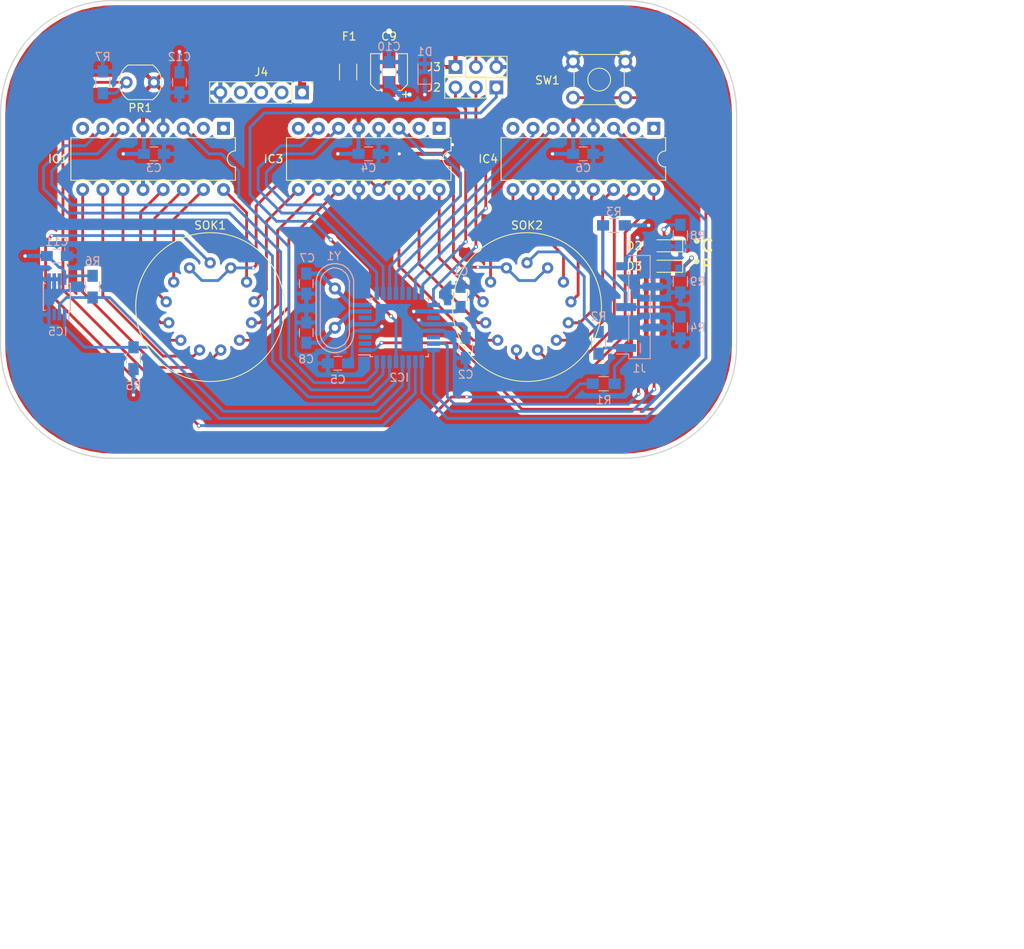
<source format=kicad_pcb>
(kicad_pcb (version 20171130) (host pcbnew "(5.0.1-3-g963ef8bb5)")
  (layers (0 F.Cu signal) (31 B.Cu signal) (34 B.Paste user) (35 F.Paste user) (36 B.SilkS user) (37 F.SilkS user) (38 B.Mask user) (39 F.Mask user) (44 Edge.Cuts user))
  (net 0 "")
  (net 1 +5V)
  (net 2 GND)
  (net 3 "Net-(C7-Pad2)")
  (net 4 "Net-(C8-Pad2)")
  (net 5 "Net-(D2-Pad1)")
  (net 6 /LED_0)
  (net 7 "Net-(D3-Pad1)")
  (net 8 /LED_1)
  (net 9 VBUS)
  (net 10 "Net-(IC1-Pad1)")
  (net 11 "Net-(IC1-Pad9)")
  (net 12 "Net-(IC1-Pad2)")
  (net 13 "Net-(IC1-Pad10)")
  (net 14 /A0)
  (net 15 "Net-(IC1-Pad11)")
  (net 16 "Net-(IC1-Pad13)")
  (net 17 /B0)
  (net 18 "Net-(IC1-Pad14)")
  (net 19 /C0)
  (net 20 "Net-(IC1-Pad15)")
  (net 21 "Net-(IC1-Pad8)")
  (net 22 "Net-(IC1-Pad16)")
  (net 23 /User_Button)
  (net 24 /A2)
  (net 25 /C2)
  (net 26 /B2)
  (net 27 /A1)
  (net 28 /C1)
  (net 29 /B1)
  (net 30 "Net-(IC2-Pad14)")
  (net 31 /MOSI)
  (net 32 /MISO)
  (net 33 /SCK)
  (net 34 /SDA)
  (net 35 /SCL)
  (net 36 /RESET)
  (net 37 "Net-(IC3-Pad1)")
  (net 38 "Net-(IC3-Pad9)")
  (net 39 "Net-(IC3-Pad2)")
  (net 40 "Net-(IC3-Pad10)")
  (net 41 "Net-(IC3-Pad11)")
  (net 42 "Net-(IC3-Pad13)")
  (net 43 "Net-(IC3-Pad14)")
  (net 44 "Net-(IC3-Pad15)")
  (net 45 "Net-(IC3-Pad8)")
  (net 46 "Net-(IC3-Pad16)")
  (net 47 "Net-(IC4-Pad1)")
  (net 48 "Net-(IC4-Pad9)")
  (net 49 "Net-(IC4-Pad2)")
  (net 50 "Net-(IC4-Pad10)")
  (net 51 "Net-(IC4-Pad11)")
  (net 52 "Net-(IC4-Pad13)")
  (net 53 "Net-(IC4-Pad14)")
  (net 54 "Net-(IC4-Pad15)")
  (net 55 "Net-(IC4-Pad8)")
  (net 56 "Net-(IC4-Pad16)")
  (net 57 "Net-(IC5-Pad3)")
  (net 58 /HV)
  (net 59 "Net-(J1-Pad3)")
  (net 60 "Net-(J4-Pad2)")
  (net 61 "Net-(J4-Pad3)")
  (net 62 "Net-(J4-Pad4)")
  (net 63 "Net-(R1-Pad2)")
  (net 64 "Net-(R2-Pad2)")
  (net 65 "Net-(IC2-Pad2)")
  (net 66 "Net-(IC2-Pad3)")
  (net 67 "Net-(IC2-Pad6)")
  (net 68 "Net-(IC2-Pad19)")
  (net 69 "Net-(IC2-Pad22)")
  (net 70 /A_Light)
  (module Nixie_Thermometer_Footprint_Library:1x5_Male_Header (layer F.Cu) (at 137.795 83.82 270)
    (fp_text reference J4 (at -2.54 5.08) (layer F.SilkS))
    (fp_text value 1x5_Male_Header)
    (pad 1 thru_hole rect (at 0 0 270) (size 1.7 1.7) (drill 1) (layers *.Cu *.Mask) (net 9 VBUS))
    (pad 2 thru_hole oval (at 0 2.54 270) (size 1.7 1.7) (drill 1) (layers *.Cu *.Mask) (net 60 "Net-(J4-Pad2)"))
    (pad 3 thru_hole oval (at 0 5.08 270) (size 1.7 1.7) (drill 1) (layers *.Cu *.Mask) (net 61 "Net-(J4-Pad3)"))
    (pad 4 thru_hole oval (at 0 7.62 270) (size 1.7 1.7) (drill 1) (layers *.Cu *.Mask) (net 62 "Net-(J4-Pad4)"))
    (pad 5 thru_hole oval (at 0 10.16 270) (size 1.7 1.7) (drill 1) (layers *.Cu *.Mask) (net 2 GND))
  )
  (module Nixie_Thermometer_Footprint_Library:IN-14_Socket (layer F.Cu) (at 126.365 110.49)
    (fp_text reference SOK1 (at 0 -10.16) (layer F.SilkS))
    (fp_text value IN-14_Socket)
    (pad 9 thru_hole circle (at 3.65 4.12) (size 1.4 1.4) (drill 0.7) (layers *.Cu *.Mask) (net 41 "Net-(IC3-Pad11)"))
    (pad 8 thru_hole circle (at 1.32 5.34) (size 1.4 1.4) (drill 0.7) (layers *.Cu *.Mask) (net 11 "Net-(IC1-Pad9)"))
    (pad 7 thru_hole circle (at -1.31 5.34) (size 1.4 1.4) (drill 0.7) (layers *.Cu *.Mask) (net 13 "Net-(IC1-Pad10)"))
    (pad 6 thru_hole circle (at -3.65 4.12) (size 1.4 1.4) (drill 0.7) (layers *.Cu *.Mask) (net 15 "Net-(IC1-Pad11)"))
    (pad 4 thru_hole circle (at -5.46 -0.66) (size 1.4 1.4) (drill 0.7) (layers *.Cu *.Mask) (net 18 "Net-(IC1-Pad14)"))
    (pad 10 thru_hole circle (at 5.14 1.95) (size 1.4 1.4) (drill 0.7) (layers *.Cu *.Mask) (net 40 "Net-(IC3-Pad10)"))
    (pad 3 thru_hole circle (at -4.53 -3.12) (size 1.4 1.4) (drill 0.7) (layers *.Cu *.Mask) (net 20 "Net-(IC1-Pad15)"))
    (pad 1 thru_hole circle (at 0 -5.5) (size 1.4 1.4) (drill 0.7) (layers *.Cu *.Mask) (net 63 "Net-(R1-Pad2)"))
    (pad 13 thru_hole circle (at 2.56 -4.87) (size 1.4 1.4) (drill 0.7) (layers *.Cu *.Mask) (net 42 "Net-(IC3-Pad13)"))
    (pad 12 thru_hole circle (at 4.53 -3.12) (size 1.4 1.4) (drill 0.7) (layers *.Cu *.Mask) (net 22 "Net-(IC1-Pad16)"))
    (pad 5 thru_hole circle (at -5.14 1.95) (size 1.4 1.4) (drill 0.7) (layers *.Cu *.Mask) (net 16 "Net-(IC1-Pad13)"))
    (pad 11 thru_hole circle (at 5.46 -0.66) (size 1.4 1.4) (drill 0.7) (layers *.Cu *.Mask) (net 38 "Net-(IC3-Pad9)"))
    (pad 2 thru_hole circle (at -2.56 -4.87) (size 1.4 1.4) (drill 0.7) (layers *.Cu *.Mask) (net 42 "Net-(IC3-Pad13)"))
  )
  (module Nixie_Thermometer_Footprint_Library:Soviet_DIPsky-16 (layer F.Cu) (at 154.96 88.265 270)
    (fp_text reference IC3 (at 3.81 20.721) (layer F.SilkS))
    (fp_text value K155ID1)
    (pad 1 thru_hole rect (at 0 0.14 270) (size 1.6 1.6) (drill 0.8) (layers *.Cu *.Mask) (net 37 "Net-(IC3-Pad1)"))
    (pad 9 thru_hole oval (at 7.62 17.64 270) (size 1.6 1.6) (drill 0.8) (layers *.Cu *.Mask) (net 38 "Net-(IC3-Pad9)"))
    (pad 2 thru_hole oval (at 0 2.64 270) (size 1.6 1.6) (drill 0.8) (layers *.Cu *.Mask) (net 39 "Net-(IC3-Pad2)"))
    (pad 10 thru_hole oval (at 7.62 15.14 270) (size 1.6 1.6) (drill 0.8) (layers *.Cu *.Mask) (net 40 "Net-(IC3-Pad10)"))
    (pad 3 thru_hole oval (at 0 5.14 270) (size 1.6 1.6) (drill 0.8) (layers *.Cu *.Mask) (net 27 /A1))
    (pad 11 thru_hole oval (at 7.62 12.64 270) (size 1.6 1.6) (drill 0.8) (layers *.Cu *.Mask) (net 41 "Net-(IC3-Pad11)"))
    (pad 4 thru_hole oval (at 0 7.64 270) (size 1.6 1.6) (drill 0.8) (layers *.Cu *.Mask) (net 2 GND))
    (pad 12 thru_hole oval (at 7.62 10.14 270) (size 1.6 1.6) (drill 0.8) (layers *.Cu *.Mask) (net 2 GND))
    (pad 5 thru_hole oval (at 0 10.14 270) (size 1.6 1.6) (drill 0.8) (layers *.Cu *.Mask) (net 1 +5V))
    (pad 13 thru_hole oval (at 7.62 7.64 270) (size 1.6 1.6) (drill 0.8) (layers *.Cu *.Mask) (net 42 "Net-(IC3-Pad13)"))
    (pad 6 thru_hole oval (at 0 12.64 270) (size 1.6 1.6) (drill 0.8) (layers *.Cu *.Mask) (net 29 /B1))
    (pad 14 thru_hole oval (at 7.62 5.14 270) (size 1.6 1.6) (drill 0.8) (layers *.Cu *.Mask) (net 43 "Net-(IC3-Pad14)"))
    (pad 7 thru_hole oval (at 0 15.14 270) (size 1.6 1.6) (drill 0.8) (layers *.Cu *.Mask) (net 28 /C1))
    (pad 15 thru_hole oval (at 7.62 2.64 270) (size 1.6 1.6) (drill 0.8) (layers *.Cu *.Mask) (net 44 "Net-(IC3-Pad15)"))
    (pad 8 thru_hole oval (at 0 17.64 270) (size 1.6 1.6) (drill 0.8) (layers *.Cu *.Mask) (net 45 "Net-(IC3-Pad8)"))
    (pad 16 thru_hole oval (at 7.62 0.14 270) (size 1.6 1.6) (drill 0.8) (layers *.Cu *.Mask) (net 46 "Net-(IC3-Pad16)"))
  )
  (module Nixie_Thermometer_Footprint_Library:Crystal (layer B.Cu) (at 141.859 110.617 270)
    (fp_text reference Y1 (at -6.477 0.127) (layer B.SilkS) (effects (justify mirror)))
    (fp_text value Crystal)
    (pad 1 thru_hole circle (at -2.44094 0 270) (size 1.50114 1.50114) (drill 0.8001) (layers *.Cu *.Mask) (net 3 "Net-(C7-Pad2)"))
    (pad 2 thru_hole circle (at 2.44094 0 270) (size 1.50114 1.50114) (drill 0.8001) (layers *.Cu *.Mask) (net 4 "Net-(C8-Pad2)"))
  )
  (module Nixie_Thermometer_Footprint_Library:MSOP-8_0.65mm_Pitch (layer B.Cu) (at 107.315 109.22 90)
    (fp_text reference IC5 (at -4.318 0.127 180) (layer B.SilkS) (effects (justify mirror)))
    (fp_text value MCP9808)
    (pad 1 smd rect (at -2.2 0.975 90) (size 1.45 0.45) (layers B.Cu B.Paste B.Mask) (net 34 /SDA))
    (pad 2 smd rect (at -2.2 0.325 90) (size 1.45 0.45) (layers B.Cu B.Paste B.Mask) (net 35 /SCL))
    (pad 3 smd rect (at -2.2 -0.325 90) (size 1.45 0.45) (layers B.Cu B.Paste B.Mask) (net 57 "Net-(IC5-Pad3)"))
    (pad 4 smd rect (at -2.2 -0.975 90) (size 1.45 0.45) (layers B.Cu B.Paste B.Mask) (net 2 GND))
    (pad 5 smd rect (at 2.2 -0.975 90) (size 1.45 0.45) (layers B.Cu B.Paste B.Mask) (net 2 GND))
    (pad 6 smd rect (at 2.2 -0.325 90) (size 1.45 0.45) (layers B.Cu B.Paste B.Mask) (net 2 GND))
    (pad 7 smd rect (at 2.2 0.325 90) (size 1.45 0.45) (layers B.Cu B.Paste B.Mask) (net 2 GND))
    (pad 8 smd rect (at 2.2 0.975 90) (size 1.45 0.45) (layers B.Cu B.Paste B.Mask) (net 1 +5V))
  )
  (module Nixie_Thermometer_Footprint_Library:0805_Resistor_Handjob (layer B.Cu) (at 116.84 116.84 90)
    (fp_text reference R5 (at -3.429 0 180) (layer B.SilkS) (effects (justify mirror)))
    (fp_text value N/A)
    (pad 1 smd rect (at -1.35 0 90) (size 1.5 1.3) (layers B.Cu B.Paste B.Mask) (net 1 +5V))
    (pad 2 smd rect (at 1.35 0 90) (size 1.5 1.3) (layers B.Cu B.Paste B.Mask) (net 34 /SDA))
  )
  (module Nixie_Thermometer_Footprint_Library:IN-14_Socket (layer F.Cu) (at 165.735 110.49)
    (fp_text reference SOK2 (at 0 -10.16) (layer F.SilkS))
    (fp_text value IN-14_Socket)
    (pad 9 thru_hole circle (at 3.65 4.12) (size 1.4 1.4) (drill 0.7) (layers *.Cu *.Mask) (net 53 "Net-(IC4-Pad14)"))
    (pad 8 thru_hole circle (at 1.32 5.34) (size 1.4 1.4) (drill 0.7) (layers *.Cu *.Mask) (net 54 "Net-(IC4-Pad15)"))
    (pad 7 thru_hole circle (at -1.31 5.34) (size 1.4 1.4) (drill 0.7) (layers *.Cu *.Mask) (net 56 "Net-(IC4-Pad16)"))
    (pad 6 thru_hole circle (at -3.65 4.12) (size 1.4 1.4) (drill 0.7) (layers *.Cu *.Mask) (net 43 "Net-(IC3-Pad14)"))
    (pad 4 thru_hole circle (at -5.46 -0.66) (size 1.4 1.4) (drill 0.7) (layers *.Cu *.Mask) (net 46 "Net-(IC3-Pad16)"))
    (pad 10 thru_hole circle (at 5.14 1.95) (size 1.4 1.4) (drill 0.7) (layers *.Cu *.Mask) (net 52 "Net-(IC4-Pad13)"))
    (pad 3 thru_hole circle (at -4.53 -3.12) (size 1.4 1.4) (drill 0.7) (layers *.Cu *.Mask) (net 48 "Net-(IC4-Pad9)"))
    (pad 1 thru_hole circle (at 0 -5.5) (size 1.4 1.4) (drill 0.7) (layers *.Cu *.Mask) (net 64 "Net-(R2-Pad2)"))
    (pad 13 thru_hole circle (at 2.56 -4.87) (size 1.4 1.4) (drill 0.7) (layers *.Cu *.Mask) (net 42 "Net-(IC3-Pad13)"))
    (pad 12 thru_hole circle (at 4.53 -3.12) (size 1.4 1.4) (drill 0.7) (layers *.Cu *.Mask) (net 50 "Net-(IC4-Pad10)"))
    (pad 5 thru_hole circle (at -5.14 1.95) (size 1.4 1.4) (drill 0.7) (layers *.Cu *.Mask) (net 44 "Net-(IC3-Pad15)"))
    (pad 11 thru_hole circle (at 5.46 -0.66) (size 1.4 1.4) (drill 0.7) (layers *.Cu *.Mask) (net 51 "Net-(IC4-Pad11)"))
    (pad 2 thru_hole circle (at -2.56 -4.87) (size 1.4 1.4) (drill 0.7) (layers *.Cu *.Mask) (net 42 "Net-(IC3-Pad13)"))
  )
  (module Nixie_Thermometer_Footprint_Library:Soviet_DIPsky-16 (layer F.Cu) (at 181.63 88.265 270)
    (fp_text reference IC4 (at 3.81 20.721) (layer F.SilkS))
    (fp_text value K155ID1)
    (pad 1 thru_hole rect (at 0 0.14 270) (size 1.6 1.6) (drill 0.8) (layers *.Cu *.Mask) (net 47 "Net-(IC4-Pad1)"))
    (pad 9 thru_hole oval (at 7.62 17.64 270) (size 1.6 1.6) (drill 0.8) (layers *.Cu *.Mask) (net 48 "Net-(IC4-Pad9)"))
    (pad 2 thru_hole oval (at 0 2.64 270) (size 1.6 1.6) (drill 0.8) (layers *.Cu *.Mask) (net 49 "Net-(IC4-Pad2)"))
    (pad 10 thru_hole oval (at 7.62 15.14 270) (size 1.6 1.6) (drill 0.8) (layers *.Cu *.Mask) (net 50 "Net-(IC4-Pad10)"))
    (pad 3 thru_hole oval (at 0 5.14 270) (size 1.6 1.6) (drill 0.8) (layers *.Cu *.Mask) (net 24 /A2))
    (pad 11 thru_hole oval (at 7.62 12.64 270) (size 1.6 1.6) (drill 0.8) (layers *.Cu *.Mask) (net 51 "Net-(IC4-Pad11)"))
    (pad 4 thru_hole oval (at 0 7.64 270) (size 1.6 1.6) (drill 0.8) (layers *.Cu *.Mask) (net 2 GND))
    (pad 12 thru_hole oval (at 7.62 10.14 270) (size 1.6 1.6) (drill 0.8) (layers *.Cu *.Mask) (net 2 GND))
    (pad 5 thru_hole oval (at 0 10.14 270) (size 1.6 1.6) (drill 0.8) (layers *.Cu *.Mask) (net 1 +5V))
    (pad 13 thru_hole oval (at 7.62 7.64 270) (size 1.6 1.6) (drill 0.8) (layers *.Cu *.Mask) (net 52 "Net-(IC4-Pad13)"))
    (pad 6 thru_hole oval (at 0 12.64 270) (size 1.6 1.6) (drill 0.8) (layers *.Cu *.Mask) (net 26 /B2))
    (pad 14 thru_hole oval (at 7.62 5.14 270) (size 1.6 1.6) (drill 0.8) (layers *.Cu *.Mask) (net 53 "Net-(IC4-Pad14)"))
    (pad 7 thru_hole oval (at 0 15.14 270) (size 1.6 1.6) (drill 0.8) (layers *.Cu *.Mask) (net 25 /C2))
    (pad 15 thru_hole oval (at 7.62 2.64 270) (size 1.6 1.6) (drill 0.8) (layers *.Cu *.Mask) (net 54 "Net-(IC4-Pad15)"))
    (pad 8 thru_hole oval (at 0 17.64 270) (size 1.6 1.6) (drill 0.8) (layers *.Cu *.Mask) (net 55 "Net-(IC4-Pad8)"))
    (pad 16 thru_hole oval (at 7.62 0.14 270) (size 1.6 1.6) (drill 0.8) (layers *.Cu *.Mask) (net 56 "Net-(IC4-Pad16)"))
  )
  (module Nixie_Thermometer_Footprint_Library:0805_Capacitor_Handjob (layer B.Cu) (at 157.48 109.22 90)
    (fp_text reference C1 (at 3.175 0 180) (layer B.SilkS) (effects (justify mirror)))
    (fp_text value 0.1uF)
    (pad 1 smd rect (at -1.25 0 90) (size 1.5 1.25) (layers B.Cu B.Paste B.Mask) (net 1 +5V))
    (pad 2 smd rect (at 1.25 0 90) (size 1.5 1.25) (layers B.Cu B.Paste B.Mask) (net 2 GND))
  )
  (module Nixie_Thermometer_Footprint_Library:0805_Capacitor_Handjob (layer B.Cu) (at 158.115 115.57 270)
    (fp_text reference C2 (at 3.302 0) (layer B.SilkS) (effects (justify mirror)))
    (fp_text value 0.1uF)
    (pad 1 smd rect (at -1.25 0 270) (size 1.5 1.25) (layers B.Cu B.Paste B.Mask) (net 1 +5V))
    (pad 2 smd rect (at 1.25 0 270) (size 1.5 1.25) (layers B.Cu B.Paste B.Mask) (net 2 GND))
  )
  (module Nixie_Thermometer_Footprint_Library:0805_Capacitor_Handjob (layer B.Cu) (at 119.38 91.44)
    (fp_text reference C3 (at 0 1.75) (layer B.SilkS) (effects (justify mirror)))
    (fp_text value 0.1uF)
    (pad 1 smd rect (at -1.25 0) (size 1.5 1.25) (layers B.Cu B.Paste B.Mask) (net 1 +5V))
    (pad 2 smd rect (at 1.25 0) (size 1.5 1.25) (layers B.Cu B.Paste B.Mask) (net 2 GND))
  )
  (module Nixie_Thermometer_Footprint_Library:0805_Capacitor_Handjob (layer B.Cu) (at 146.05 91.44)
    (fp_text reference C4 (at 0 1.75) (layer B.SilkS) (effects (justify mirror)))
    (fp_text value 0.1uF)
    (pad 1 smd rect (at -1.25 0) (size 1.5 1.25) (layers B.Cu B.Paste B.Mask) (net 1 +5V))
    (pad 2 smd rect (at 1.25 0) (size 1.5 1.25) (layers B.Cu B.Paste B.Mask) (net 2 GND))
  )
  (module Nixie_Thermometer_Footprint_Library:0805_Capacitor_Handjob (layer B.Cu) (at 142.24 117.475 180)
    (fp_text reference C5 (at 0 -2.032 180) (layer B.SilkS) (effects (justify mirror)))
    (fp_text value 0.1uF)
    (pad 1 smd rect (at -1.25 0 180) (size 1.5 1.25) (layers B.Cu B.Paste B.Mask) (net 1 +5V))
    (pad 2 smd rect (at 1.25 0 180) (size 1.5 1.25) (layers B.Cu B.Paste B.Mask) (net 2 GND))
  )
  (module Nixie_Thermometer_Footprint_Library:0805_Capacitor_Handjob (layer B.Cu) (at 172.72 91.44)
    (fp_text reference C6 (at 0 1.75) (layer B.SilkS) (effects (justify mirror)))
    (fp_text value 0.1uF)
    (pad 1 smd rect (at -1.25 0) (size 1.5 1.25) (layers B.Cu B.Paste B.Mask) (net 1 +5V))
    (pad 2 smd rect (at 1.25 0) (size 1.5 1.25) (layers B.Cu B.Paste B.Mask) (net 2 GND))
  )
  (module Nixie_Thermometer_Footprint_Library:0805_Capacitor_Handjob (layer B.Cu) (at 138.303 107.569 90)
    (fp_text reference C7 (at 3.175 0.127 180) (layer B.SilkS) (effects (justify mirror)))
    (fp_text value N/A)
    (pad 1 smd rect (at -1.25 0 90) (size 1.5 1.25) (layers B.Cu B.Paste B.Mask) (net 2 GND))
    (pad 2 smd rect (at 1.25 0 90) (size 1.5 1.25) (layers B.Cu B.Paste B.Mask) (net 3 "Net-(C7-Pad2)"))
  )
  (module Nixie_Thermometer_Footprint_Library:0805_Capacitor_Handjob (layer B.Cu) (at 138.303 113.665 270)
    (fp_text reference C8 (at 3.302 0) (layer B.SilkS) (effects (justify mirror)))
    (fp_text value N/A)
    (pad 1 smd rect (at -1.25 0 270) (size 1.5 1.25) (layers B.Cu B.Paste B.Mask) (net 2 GND))
    (pad 2 smd rect (at 1.25 0 270) (size 1.5 1.25) (layers B.Cu B.Paste B.Mask) (net 4 "Net-(C8-Pad2)"))
  )
  (module Nixie_Thermometer_Footprint_Library:Polarized_Capacitor_4mm (layer F.Cu) (at 148.59 81.28 90)
    (fp_text reference C9 (at 4.445 0 180) (layer F.SilkS))
    (fp_text value 10uF)
    (fp_text user + (at -2.77 2.01 90) (layer F.SilkS))
    (pad 1 smd rect (at -1.8 0 270) (size 2.6 1.6) (layers F.Cu F.Paste F.Mask) (net 1 +5V))
    (pad 2 smd rect (at 1.8 0 270) (size 2.6 1.6) (layers F.Cu F.Paste F.Mask) (net 2 GND))
  )
  (module Nixie_Thermometer_Footprint_Library:0805_Capacitor_Handjob (layer B.Cu) (at 148.59 81.28 90)
    (fp_text reference C10 (at 3.175 0 180) (layer B.SilkS) (effects (justify mirror)))
    (fp_text value 0.1uF)
    (pad 1 smd rect (at -1.25 0 90) (size 1.5 1.25) (layers B.Cu B.Paste B.Mask) (net 1 +5V))
    (pad 2 smd rect (at 1.25 0 90) (size 1.5 1.25) (layers B.Cu B.Paste B.Mask) (net 2 GND))
  )
  (module Nixie_Thermometer_Footprint_Library:0805_Capacitor_Handjob (layer B.Cu) (at 107.315 104.14)
    (fp_text reference C11 (at 0 -1.778) (layer B.SilkS) (effects (justify mirror)))
    (fp_text value 0.1uF)
    (pad 1 smd rect (at -1.25 0) (size 1.5 1.25) (layers B.Cu B.Paste B.Mask) (net 1 +5V))
    (pad 2 smd rect (at 1.25 0) (size 1.5 1.25) (layers B.Cu B.Paste B.Mask) (net 2 GND))
  )
  (module Nixie_Thermometer_Footprint_Library:0805_Capacitor_Handjob (layer B.Cu) (at 122.555 82.55 270)
    (fp_text reference C12 (at -3.175 0) (layer B.SilkS) (effects (justify mirror)))
    (fp_text value 0.1uF)
    (pad 1 smd rect (at -1.25 0 270) (size 1.5 1.25) (layers B.Cu B.Paste B.Mask) (net 1 +5V))
    (pad 2 smd rect (at 1.25 0 270) (size 1.5 1.25) (layers B.Cu B.Paste B.Mask) (net 2 GND))
  )
  (module Nixie_Thermometer_Footprint_Library:SOD-323_Diode (layer B.Cu) (at 153.035 81.28 90)
    (fp_text reference D1 (at 2.54 0 180) (layer B.SilkS) (effects (justify mirror)))
    (fp_text value 6.8V)
    (pad 1 smd rect (at -1.05 0 90) (size 0.6 0.45) (layers B.Cu B.Paste B.Mask) (net 1 +5V))
    (pad 2 smd rect (at 1.05 0 90) (size 0.6 0.45) (layers B.Cu B.Paste B.Mask) (net 2 GND))
  )
  (module Nixie_Thermometer_Footprint_Library:0805_LED_Handjob (layer F.Cu) (at 182.88 102.87 180)
    (fp_text reference D2 (at 3.81 0 180) (layer F.SilkS))
    (fp_text value Orange)
    (pad 1 smd rect (at -1.35 0 180) (size 1.5 1.3) (layers F.Cu F.Paste F.Mask) (net 5 "Net-(D2-Pad1)"))
    (pad 2 smd rect (at 1.35 0 180) (size 1.5 1.3) (layers F.Cu F.Paste F.Mask) (net 6 /LED_0))
  )
  (module Nixie_Thermometer_Footprint_Library:0805_LED_Handjob (layer F.Cu) (at 182.88 105.41 180)
    (fp_text reference D3 (at 3.81 0 180) (layer F.SilkS))
    (fp_text value Orange)
    (pad 1 smd rect (at -1.35 0 180) (size 1.5 1.3) (layers F.Cu F.Paste F.Mask) (net 7 "Net-(D3-Pad1)"))
    (pad 2 smd rect (at 1.35 0 180) (size 1.5 1.3) (layers F.Cu F.Paste F.Mask) (net 8 /LED_1))
  )
  (module Nixie_Thermometer_Footprint_Library:1206_Fuse_Handjob (layer F.Cu) (at 143.51 81.28 90)
    (fp_text reference F1 (at 4.445 0.127 180) (layer F.SilkS))
    (fp_text value "1A Slow")
    (pad 1 smd rect (at -2.09 0 180) (size 2.03 2.65) (layers F.Cu F.Paste F.Mask) (net 1 +5V))
    (pad 2 smd rect (at 2.09 0 180) (size 2.03 2.65) (layers F.Cu F.Paste F.Mask) (net 9 VBUS))
  )
  (module Nixie_Thermometer_Footprint_Library:Soviet_DIPsky-16 (layer F.Cu) (at 128.17 88.265 270)
    (fp_text reference IC1 (at 3.81 20.728) (layer F.SilkS))
    (fp_text value K155ID1)
    (pad 1 thru_hole rect (at 0 0.14 270) (size 1.6 1.6) (drill 0.8) (layers *.Cu *.Mask) (net 10 "Net-(IC1-Pad1)"))
    (pad 9 thru_hole oval (at 7.62 17.64 270) (size 1.6 1.6) (drill 0.8) (layers *.Cu *.Mask) (net 11 "Net-(IC1-Pad9)"))
    (pad 2 thru_hole oval (at 0 2.64 270) (size 1.6 1.6) (drill 0.8) (layers *.Cu *.Mask) (net 12 "Net-(IC1-Pad2)"))
    (pad 10 thru_hole oval (at 7.62 15.14 270) (size 1.6 1.6) (drill 0.8) (layers *.Cu *.Mask) (net 13 "Net-(IC1-Pad10)"))
    (pad 3 thru_hole oval (at 0 5.14 270) (size 1.6 1.6) (drill 0.8) (layers *.Cu *.Mask) (net 14 /A0))
    (pad 11 thru_hole oval (at 7.62 12.64 270) (size 1.6 1.6) (drill 0.8) (layers *.Cu *.Mask) (net 15 "Net-(IC1-Pad11)"))
    (pad 4 thru_hole oval (at 0 7.64 270) (size 1.6 1.6) (drill 0.8) (layers *.Cu *.Mask) (net 2 GND))
    (pad 12 thru_hole oval (at 7.62 10.14 270) (size 1.6 1.6) (drill 0.8) (layers *.Cu *.Mask) (net 2 GND))
    (pad 5 thru_hole oval (at 0 10.14 270) (size 1.6 1.6) (drill 0.8) (layers *.Cu *.Mask) (net 1 +5V))
    (pad 13 thru_hole oval (at 7.62 7.64 270) (size 1.6 1.6) (drill 0.8) (layers *.Cu *.Mask) (net 16 "Net-(IC1-Pad13)"))
    (pad 6 thru_hole oval (at 0 12.64 270) (size 1.6 1.6) (drill 0.8) (layers *.Cu *.Mask) (net 17 /B0))
    (pad 14 thru_hole oval (at 7.62 5.14 270) (size 1.6 1.6) (drill 0.8) (layers *.Cu *.Mask) (net 18 "Net-(IC1-Pad14)"))
    (pad 7 thru_hole oval (at 0 15.14 270) (size 1.6 1.6) (drill 0.8) (layers *.Cu *.Mask) (net 19 /C0))
    (pad 15 thru_hole oval (at 7.62 2.64 270) (size 1.6 1.6) (drill 0.8) (layers *.Cu *.Mask) (net 20 "Net-(IC1-Pad15)"))
    (pad 8 thru_hole oval (at 0 17.64 270) (size 1.6 1.6) (drill 0.8) (layers *.Cu *.Mask) (net 21 "Net-(IC1-Pad8)"))
    (pad 16 thru_hole oval (at 7.62 0.14 270) (size 1.6 1.6) (drill 0.8) (layers *.Cu *.Mask) (net 22 "Net-(IC1-Pad16)"))
  )
  (module Nixie_Thermometer_Footprint_Library:TQFP-32_0.8mm_Pitch (layer B.Cu) (at 149.86 113.03)
    (fp_text reference IC2 (at 0 6.223) (layer B.SilkS) (effects (justify mirror)))
    (fp_text value ATmega48PB)
    (pad 1 smd rect (at -4.25 2.8) (size 1.6 0.55) (layers B.Cu B.Paste B.Mask) (net 23 /User_Button))
    (pad 2 smd rect (at -4.25 2) (size 1.6 0.55) (layers B.Cu B.Paste B.Mask) (net 65 "Net-(IC2-Pad2)"))
    (pad 3 smd rect (at -4.25 1.2) (size 1.6 0.55) (layers B.Cu B.Paste B.Mask) (net 66 "Net-(IC2-Pad3)"))
    (pad 4 smd rect (at -4.25 0.4) (size 1.6 0.55) (layers B.Cu B.Paste B.Mask) (net 1 +5V))
    (pad 5 smd rect (at -4.25 -0.4) (size 1.6 0.55) (layers B.Cu B.Paste B.Mask) (net 2 GND))
    (pad 6 smd rect (at -4.25 -1.2) (size 1.6 0.55) (layers B.Cu B.Paste B.Mask) (net 67 "Net-(IC2-Pad6)"))
    (pad 7 smd rect (at -4.25 -2) (size 1.6 0.55) (layers B.Cu B.Paste B.Mask) (net 4 "Net-(C8-Pad2)"))
    (pad 8 smd rect (at -4.25 -2.8) (size 1.6 0.55) (layers B.Cu B.Paste B.Mask) (net 3 "Net-(C7-Pad2)"))
    (pad 9 smd rect (at -2.8 -4.25 270) (size 1.6 0.55) (layers B.Cu B.Paste B.Mask) (net 28 /C1))
    (pad 10 smd rect (at -2 -4.25 270) (size 1.6 0.55) (layers B.Cu B.Paste B.Mask) (net 29 /B1))
    (pad 11 smd rect (at -1.2 -4.25 270) (size 1.6 0.55) (layers B.Cu B.Paste B.Mask) (net 27 /A1))
    (pad 12 smd rect (at -0.4 -4.25 270) (size 1.6 0.55) (layers B.Cu B.Paste B.Mask) (net 25 /C2))
    (pad 13 smd rect (at 0.4 -4.25 270) (size 1.6 0.55) (layers B.Cu B.Paste B.Mask) (net 26 /B2))
    (pad 14 smd rect (at 1.2 -4.25 270) (size 1.6 0.55) (layers B.Cu B.Paste B.Mask) (net 30 "Net-(IC2-Pad14)"))
    (pad 15 smd rect (at 2 -4.25 270) (size 1.6 0.55) (layers B.Cu B.Paste B.Mask) (net 31 /MOSI))
    (pad 16 smd rect (at 2.8 -4.25 270) (size 1.6 0.55) (layers B.Cu B.Paste B.Mask) (net 32 /MISO))
    (pad 17 smd rect (at 4.25 -2.8) (size 1.6 0.55) (layers B.Cu B.Paste B.Mask) (net 33 /SCK))
    (pad 18 smd rect (at 4.25 -2) (size 1.6 0.55) (layers B.Cu B.Paste B.Mask) (net 1 +5V))
    (pad 19 smd rect (at 4.25 -1.2) (size 1.6 0.55) (layers B.Cu B.Paste B.Mask) (net 68 "Net-(IC2-Pad19)"))
    (pad 20 smd rect (at 4.25 -0.4) (size 1.6 0.55) (layers B.Cu B.Paste B.Mask) (net 1 +5V))
    (pad 21 smd rect (at 4.25 0.4) (size 1.6 0.55) (layers B.Cu B.Paste B.Mask) (net 2 GND))
    (pad 22 smd rect (at 4.25 1.2) (size 1.6 0.55) (layers B.Cu B.Paste B.Mask) (net 69 "Net-(IC2-Pad22)"))
    (pad 23 smd rect (at 4.25 2) (size 1.6 0.55) (layers B.Cu B.Paste B.Mask) (net 6 /LED_0))
    (pad 24 smd rect (at 4.25 2.8) (size 1.6 0.55) (layers B.Cu B.Paste B.Mask) (net 8 /LED_1))
    (pad 25 smd rect (at 2.8 4.25 270) (size 1.6 0.55) (layers B.Cu B.Paste B.Mask) (net 24 /A2))
    (pad 26 smd rect (at 2 4.25 270) (size 1.6 0.55) (layers B.Cu B.Paste B.Mask) (net 70 /A_Light))
    (pad 27 smd rect (at 1.2 4.25 270) (size 1.6 0.55) (layers B.Cu B.Paste B.Mask) (net 34 /SDA))
    (pad 28 smd rect (at 0.4 4.25 270) (size 1.6 0.55) (layers B.Cu B.Paste B.Mask) (net 35 /SCL))
    (pad 29 smd rect (at -0.4 4.25 270) (size 1.6 0.55) (layers B.Cu B.Paste B.Mask) (net 36 /RESET))
    (pad 30 smd rect (at -1.2 4.25 270) (size 1.6 0.55) (layers B.Cu B.Paste B.Mask) (net 19 /C0))
    (pad 31 smd rect (at -2 4.25 270) (size 1.6 0.55) (layers B.Cu B.Paste B.Mask) (net 17 /B0))
    (pad 32 smd rect (at -2.8 4.25 270) (size 1.6 0.55) (layers B.Cu B.Paste B.Mask) (net 14 /A0))
  )
  (module Nixie_Thermometer_Footprint_Library:1x3_Male_Header (layer F.Cu) (at 161.925 83.185 270)
    (fp_text reference J2 (at 0 7.747) (layer F.SilkS))
    (fp_text value 1x3_Male_Header)
    (pad 1 thru_hole rect (at 0 0 270) (size 1.7 1.7) (drill 1) (layers *.Cu *.Mask) (net 36 /RESET))
    (pad 2 thru_hole oval (at 0 2.54 270) (size 1.7 1.7) (drill 1) (layers *.Cu *.Mask) (net 33 /SCK))
    (pad 3 thru_hole oval (at 0 5.08 270) (size 1.7 1.7) (drill 1) (layers *.Cu *.Mask) (net 32 /MISO))
  )
  (module Nixie_Thermometer_Footprint_Library:1x3_Male_Header (layer F.Cu) (at 156.845 80.645 90)
    (fp_text reference J3 (at 0 -2.667 180) (layer F.SilkS))
    (fp_text value 1x3_Male_Header)
    (pad 1 thru_hole rect (at 0 0 90) (size 1.7 1.7) (drill 1) (layers *.Cu *.Mask) (net 1 +5V))
    (pad 2 thru_hole oval (at 0 2.54 90) (size 1.7 1.7) (drill 1) (layers *.Cu *.Mask) (net 31 /MOSI))
    (pad 3 thru_hole oval (at 0 5.08 90) (size 1.7 1.7) (drill 1) (layers *.Cu *.Mask) (net 2 GND))
  )
  (module Nixie_Thermometer_Footprint_Library:Photoresistor_5.1x4.3mm (layer F.Cu) (at 119.38 82.55 180)
    (fp_text reference PR1 (at 1.7 -3.175 180) (layer F.SilkS))
    (fp_text value "Luna PDV-P8103")
    (pad 1 thru_hole circle (at 0 0 180) (size 1.5 1.5) (drill 0.8) (layers *.Cu *.Mask) (net 1 +5V))
    (pad 2 thru_hole circle (at 3.4 0 180) (size 1.5 1.5) (drill 0.8) (layers *.Cu *.Mask) (net 70 /A_Light))
  )
  (module Nixie_Thermometer_Footprint_Library:0805_Resistor_Handjob (layer B.Cu) (at 175.26 120.015 180)
    (fp_text reference R1 (at 0 -2.032 180) (layer B.SilkS) (effects (justify mirror)))
    (fp_text value 12k?)
    (pad 1 smd rect (at -1.35 0 180) (size 1.5 1.3) (layers B.Cu B.Paste B.Mask) (net 58 /HV))
    (pad 2 smd rect (at 1.35 0 180) (size 1.5 1.3) (layers B.Cu B.Paste B.Mask) (net 63 "Net-(R1-Pad2)"))
  )
  (module Nixie_Thermometer_Footprint_Library:0805_Resistor_Handjob (layer B.Cu) (at 174.625 114.935 90)
    (fp_text reference R2 (at 3.302 0 180) (layer B.SilkS) (effects (justify mirror)))
    (fp_text value 12k?)
    (pad 1 smd rect (at -1.35 0 90) (size 1.5 1.3) (layers B.Cu B.Paste B.Mask) (net 58 /HV))
    (pad 2 smd rect (at 1.35 0 90) (size 1.5 1.3) (layers B.Cu B.Paste B.Mask) (net 64 "Net-(R2-Pad2)"))
  )
  (module Nixie_Thermometer_Footprint_Library:0805_Resistor_Handjob (layer B.Cu) (at 176.53 100.33 180)
    (fp_text reference R3 (at 0 1.7 180) (layer B.SilkS) (effects (justify mirror)))
    (fp_text value N/A)
    (pad 1 smd rect (at -1.35 0 180) (size 1.5 1.3) (layers B.Cu B.Paste B.Mask) (net 1 +5V))
    (pad 2 smd rect (at 1.35 0 180) (size 1.5 1.3) (layers B.Cu B.Paste B.Mask) (net 59 "Net-(J1-Pad3)"))
  )
  (module Nixie_Thermometer_Footprint_Library:0805_Resistor_Handjob (layer B.Cu) (at 184.785 113.03 270)
    (fp_text reference R4 (at 0 -2.159) (layer B.SilkS) (effects (justify mirror)))
    (fp_text value N/A)
    (pad 1 smd rect (at -1.35 0 270) (size 1.5 1.3) (layers B.Cu B.Paste B.Mask) (net 59 "Net-(J1-Pad3)"))
    (pad 2 smd rect (at 1.35 0 270) (size 1.5 1.3) (layers B.Cu B.Paste B.Mask) (net 2 GND))
  )
  (module Nixie_Thermometer_Footprint_Library:0805_Resistor_Handjob (layer B.Cu) (at 111.76 107.95 270)
    (fp_text reference R6 (at -3.175 0) (layer B.SilkS) (effects (justify mirror)))
    (fp_text value N/A)
    (pad 1 smd rect (at -1.35 0 270) (size 1.5 1.3) (layers B.Cu B.Paste B.Mask) (net 1 +5V))
    (pad 2 smd rect (at 1.35 0 270) (size 1.5 1.3) (layers B.Cu B.Paste B.Mask) (net 35 /SCL))
  )
  (module Nixie_Thermometer_Footprint_Library:0805_Resistor_Handjob (layer B.Cu) (at 113.03 82.55 90)
    (fp_text reference R7 (at 3.175 0 180) (layer B.SilkS) (effects (justify mirror)))
    (fp_text value 12k)
    (pad 1 smd rect (at -1.35 0 90) (size 1.5 1.3) (layers B.Cu B.Paste B.Mask) (net 70 /A_Light))
    (pad 2 smd rect (at 1.35 0 90) (size 1.5 1.3) (layers B.Cu B.Paste B.Mask) (net 2 GND))
  )
  (module Nixie_Thermometer_Footprint_Library:0805_Resistor_Handjob (layer B.Cu) (at 184.785 101.6 90)
    (fp_text reference R8 (at 0 2.159 180) (layer B.SilkS) (effects (justify mirror)))
    (fp_text value 12k)
    (pad 1 smd rect (at -1.35 0 90) (size 1.5 1.3) (layers B.Cu B.Paste B.Mask) (net 2 GND))
    (pad 2 smd rect (at 1.35 0 90) (size 1.5 1.3) (layers B.Cu B.Paste B.Mask) (net 5 "Net-(D2-Pad1)"))
  )
  (module Nixie_Thermometer_Footprint_Library:0805_Resistor_Handjob (layer B.Cu) (at 184.785 107.315 90)
    (fp_text reference R9 (at 0 2.159 180) (layer B.SilkS) (effects (justify mirror)))
    (fp_text value 12k)
    (pad 1 smd rect (at -1.35 0 90) (size 1.5 1.3) (layers B.Cu B.Paste B.Mask) (net 2 GND))
    (pad 2 smd rect (at 1.35 0 90) (size 1.5 1.3) (layers B.Cu B.Paste B.Mask) (net 7 "Net-(D3-Pad1)"))
  )
  (module Nixie_Thermometer_Footprint_Library:Tactile_Switch_4mm (layer F.Cu) (at 171.45 79.955)
    (fp_text reference SW1 (at -3.175 2.341) (layer F.SilkS))
    (fp_text value "APEM Inc. MJTP1230")
    (pad 2 thru_hole circle (at 6.5 4.5) (size 1.7 1.7) (drill 1) (layers *.Cu *.Mask) (net 23 /User_Button))
    (pad 2 thru_hole circle (at 0 4.5) (size 1.7 1.7) (drill 1) (layers *.Cu *.Mask) (net 23 /User_Button))
    (pad 1 thru_hole circle (at 6.5 0) (size 1.7 1.7) (drill 1) (layers *.Cu *.Mask) (net 2 GND))
    (pad 1 thru_hole circle (at 0 0) (size 1.7 1.7) (drill 1) (layers *.Cu *.Mask) (net 2 GND))
  )
  (module Nixie_Thermometer_Footprint_Library:1x5_Male_Header_SMD_1-Left (layer B.Cu) (at 179.705 110.49)
    (fp_text reference J1 (at 0 7.62) (layer B.SilkS) (effects (justify mirror)))
    (fp_text value 1x5_Male_Header)
    (pad 1 smd rect (at -1.655 5.08) (size 2.51 1) (layers B.Cu B.Paste B.Mask) (net 58 /HV))
    (pad 3 smd rect (at -1.655 0) (size 2.51 1) (layers B.Cu B.Paste B.Mask) (net 59 "Net-(J1-Pad3)"))
    (pad 5 smd rect (at -1.655 -5.08) (size 2.51 1) (layers B.Cu B.Paste B.Mask) (net 1 +5V))
    (pad 2 smd rect (at 1.655 2.54) (size 2.51 1) (layers B.Cu B.Paste B.Mask) (net 2 GND))
    (pad 4 smd rect (at 1.655 -2.54) (size 2.51 1) (layers B.Cu B.Paste B.Mask) (net 2 GND))
  )
  (gr_line (start 191.77 86.36) (end 191.77 115.316) (layer Edge.Cuts) (width 0.15))
  (gr_text °F (at 187.452 105.41) (layer F.SilkS) (effects (font (size 1.5 1.5) (thickness 0.3))))
  (gr_text °C (at 187.579 102.87) (layer F.SilkS) (effects (font (size 1.5 1.5) (thickness 0.3))))
  (gr_line (start 114.3 129.286) (end 177.8 129.286) (layer Edge.Cuts) (width 0.15))
  (gr_line (start 114.3 72.39) (end 177.8 72.39) (layer Edge.Cuts) (width 0.15))
  (gr_arc (start 177.8 115.316) (end 191.77 115.316) (angle 90) (layer Edge.Cuts) (width 0.15))
  (gr_line (start 100.33 114.935) (end 100.33 115.316) (layer Edge.Cuts) (width 0.15))
  (gr_arc (start 114.3 115.316) (end 114.3 129.286) (angle 90) (layer Edge.Cuts) (width 0.15))
  (gr_arc (start 177.8 86.36) (end 177.8 72.39) (angle 90) (layer Edge.Cuts) (width 0.15))
  (gr_arc (start 114.3 86.36) (end 100.33 86.36) (angle 90) (layer Edge.Cuts) (width 0.15))
  (gr_line (start 100.33 86.36) (end 100.33 114.935) (layer Edge.Cuts) (width 0.15))
  (via (at 179.451 101.854) (size 0.6) (drill 0.4) (layers F.Cu B.Cu) (net 1))
  (segment (start 179.451 103.009) (end 179.451 101.854) (width 0.5) (layer B.Cu) (net 1))
  (segment (start 178.05 105.41) (end 178.05 104.41) (width 0.5) (layer B.Cu) (net 1))
  (segment (start 178.05 104.41) (end 179.451 103.009) (width 0.5) (layer B.Cu) (net 1))
  (via (at 180.848 100.33) (size 0.6) (drill 0.4) (layers F.Cu B.Cu) (net 1))
  (segment (start 177.88 100.33) (end 180.848 100.33) (width 0.5) (layer B.Cu) (net 1))
  (via (at 122.555 78.74) (size 0.6) (drill 0.4) (layers F.Cu B.Cu) (net 1))
  (segment (start 122.555 80.05) (end 122.555 78.74) (width 0.5) (layer B.Cu) (net 1))
  (segment (start 122.555 81.3) (end 122.555 80.05) (width 0.5) (layer B.Cu) (net 1))
  (segment (start 153.035 83.13) (end 153.035 84.074) (width 0.5) (layer B.Cu) (net 1))
  (via (at 153.035 84.074) (size 0.6) (drill 0.4) (layers F.Cu B.Cu) (net 1))
  (segment (start 153.035 82.33) (end 153.035 83.13) (width 0.5) (layer B.Cu) (net 1))
  (via (at 151.13 84.074) (size 0.8) (drill 0.5) (layers F.Cu B.Cu) (net 1))
  (segment (start 149.987 84.074) (end 151.13 84.074) (width 0.75) (layer B.Cu) (net 1))
  (segment (start 148.59 82.677) (end 149.987 84.074) (width 0.75) (layer B.Cu) (net 1))
  (segment (start 148.59 82.53) (end 148.59 82.677) (width 0.75) (layer B.Cu) (net 1))
  (segment (start 118.13 91.44) (end 118.13 88.365) (width 0.5) (layer B.Cu) (net 1))
  (segment (start 118.13 88.365) (end 118.03 88.265) (width 0.5) (layer B.Cu) (net 1))
  (segment (start 144.8 91.44) (end 144.8 88.285) (width 0.5) (layer B.Cu) (net 1))
  (segment (start 144.8 88.285) (end 144.82 88.265) (width 0.5) (layer B.Cu) (net 1))
  (segment (start 171.47 91.44) (end 171.47 88.285) (width 0.5) (layer B.Cu) (net 1))
  (segment (start 171.47 88.285) (end 171.49 88.265) (width 0.5) (layer B.Cu) (net 1))
  (via (at 103.378 104.14) (size 0.6) (drill 0.4) (layers F.Cu B.Cu) (net 1))
  (segment (start 104.815 104.14) (end 103.378 104.14) (width 0.5) (layer B.Cu) (net 1))
  (segment (start 106.065 104.14) (end 104.815 104.14) (width 0.5) (layer B.Cu) (net 1))
  (segment (start 107.782002 105.537) (end 107.587 105.537) (width 0.35) (layer B.Cu) (net 1))
  (segment (start 106.19 104.14) (end 106.065 104.14) (width 0.35) (layer B.Cu) (net 1))
  (segment (start 107.587 105.537) (end 106.19 104.14) (width 0.35) (layer B.Cu) (net 1))
  (segment (start 108.29 107.02) (end 108.29 106.044998) (width 0.35) (layer B.Cu) (net 1))
  (segment (start 108.29 106.044998) (end 107.782002 105.537) (width 0.35) (layer B.Cu) (net 1))
  (segment (start 111.76 106.6) (end 108.71 106.6) (width 0.35) (layer B.Cu) (net 1))
  (segment (start 108.71 106.6) (end 108.29 107.02) (width 0.35) (layer B.Cu) (net 1))
  (segment (start 111.34 107.02) (end 111.76 106.6) (width 0.35) (layer B.Cu) (net 1))
  (segment (start 116.84 118.19) (end 116.84 120.65) (width 0.5) (layer B.Cu) (net 1))
  (segment (start 116.84 120.65) (end 116.84 121.412) (width 0.5) (layer B.Cu) (net 1))
  (via (at 116.84 121.412) (size 0.6) (drill 0.4) (layers F.Cu B.Cu) (net 1))
  (segment (start 158.115 113.05) (end 158.115 114.32) (width 0.5) (layer B.Cu) (net 1))
  (segment (start 154.11 112.63) (end 157.695 112.63) (width 0.5) (layer B.Cu) (net 1))
  (segment (start 157.695 112.63) (end 158.115 113.05) (width 0.5) (layer B.Cu) (net 1))
  (via (at 147.701 112.903) (size 0.6) (drill 0.4) (layers F.Cu B.Cu) (net 1))
  (segment (start 147.174 113.43) (end 147.701 112.903) (width 0.5) (layer B.Cu) (net 1))
  (segment (start 145.61 113.43) (end 147.174 113.43) (width 0.5) (layer B.Cu) (net 1))
  (segment (start 145.61 113.43) (end 144.46 113.43) (width 0.35) (layer B.Cu) (net 1))
  (segment (start 144.46 113.43) (end 144.018 113.872) (width 0.35) (layer B.Cu) (net 1))
  (segment (start 144.018 116.713) (end 143.49 117.241) (width 0.35) (layer B.Cu) (net 1))
  (segment (start 144.018 113.872) (end 144.018 116.713) (width 0.35) (layer B.Cu) (net 1))
  (segment (start 143.49 117.241) (end 143.49 117.475) (width 0.35) (layer B.Cu) (net 1))
  (segment (start 143.764 117.201) (end 143.49 117.475) (width 0.35) (layer B.Cu) (net 1))
  (segment (start 143.891 117.074) (end 143.49 117.475) (width 0.5) (layer B.Cu) (net 1))
  (via (at 152.273 112.093) (size 0.6) (drill 0.4) (layers F.Cu B.Cu) (net 1))
  (segment (start 154.11 112.63) (end 152.81 112.63) (width 0.5) (layer B.Cu) (net 1))
  (segment (start 152.81 112.63) (end 152.273 112.093) (width 0.5) (layer B.Cu) (net 1))
  (via (at 151.67 111.03) (size 0.6) (drill 0.4) (layers F.Cu B.Cu) (net 1))
  (segment (start 154.11 111.03) (end 151.67 111.03) (width 0.5) (layer B.Cu) (net 1))
  (segment (start 157.48 110.47) (end 156.92 111.03) (width 0.5) (layer B.Cu) (net 1))
  (segment (start 156.92 111.03) (end 154.11 111.03) (width 0.5) (layer B.Cu) (net 1))
  (via (at 115.57 91.44) (size 0.6) (drill 0.4) (layers F.Cu B.Cu) (net 1))
  (segment (start 118.13 91.44) (end 115.57 91.44) (width 0.5) (layer B.Cu) (net 1))
  (via (at 168.91 91.44) (size 0.6) (drill 0.4) (layers F.Cu B.Cu) (net 1))
  (segment (start 170.22 91.44) (end 168.91 91.44) (width 0.5) (layer B.Cu) (net 1))
  (segment (start 171.47 91.44) (end 170.22 91.44) (width 0.5) (layer B.Cu) (net 1))
  (via (at 142.24 91.44) (size 0.6) (drill 0.4) (layers F.Cu B.Cu) (net 1))
  (segment (start 143.55 91.44) (end 142.24 91.44) (width 0.5) (layer B.Cu) (net 1))
  (segment (start 144.8 91.44) (end 143.55 91.44) (width 0.5) (layer B.Cu) (net 1))
  (segment (start 106.34 111.42) (end 106.34 112.495) (width 0.35) (layer B.Cu) (net 2))
  (segment (start 106.34 112.495) (end 106.059 112.776) (width 0.35) (layer B.Cu) (net 2))
  (segment (start 106.34 111.42) (end 106.34 110.15) (width 0.35) (layer B.Cu) (net 2))
  (segment (start 107.64 107.02) (end 107.64 108.26) (width 0.35) (layer B.Cu) (net 2))
  (segment (start 106.99 107.02) (end 106.99 108.245) (width 0.5) (layer B.Cu) (net 2))
  (segment (start 106.99 108.245) (end 106.934 108.301) (width 0.5) (layer B.Cu) (net 2))
  (segment (start 106.34 107.02) (end 106.34 108.29) (width 0.5) (layer B.Cu) (net 2))
  (segment (start 154.11 113.43) (end 155.41 113.43) (width 0.5) (layer B.Cu) (net 2))
  (segment (start 155.41 113.43) (end 156.083 114.103) (width 0.5) (layer B.Cu) (net 2))
  (via (at 148.59 76.2) (size 1) (drill 0.7) (layers F.Cu B.Cu) (net 2))
  (segment (start 148.59 79.48) (end 148.59 76.2) (width 1) (layer F.Cu) (net 2))
  (segment (start 106.34 111.42) (end 105.765 111.42) (width 0.35) (layer B.Cu) (net 2))
  (segment (start 105.765 111.42) (end 105.724 111.379) (width 0.35) (layer B.Cu) (net 2))
  (segment (start 156.464 90.297) (end 157.861 90.297) (width 0.5) (layer B.Cu) (net 2))
  (via (at 156.464 90.297) (size 0.6) (drill 0.4) (layers F.Cu B.Cu) (net 2))
  (segment (start 155.321 91.44) (end 156.464 90.297) (width 0.5) (layer F.Cu) (net 2))
  (segment (start 149.86 91.44) (end 155.321 91.44) (width 0.5) (layer F.Cu) (net 2))
  (via (at 149.86 91.44) (size 0.6) (drill 0.4) (layers F.Cu B.Cu) (net 2))
  (segment (start 148.55 91.44) (end 149.86 91.44) (width 0.5) (layer B.Cu) (net 2))
  (segment (start 147.3 91.44) (end 148.55 91.44) (width 0.5) (layer B.Cu) (net 2))
  (segment (start 106.99 107.02) (end 107.614999 107.02) (width 0.5) (layer B.Cu) (net 2))
  (segment (start 154.11 113.43) (end 152.546 113.43) (width 0.5) (layer B.Cu) (net 2))
  (segment (start 152.546 113.43) (end 149.479 110.363) (width 0.5) (layer B.Cu) (net 2))
  (segment (start 149.479 110.363) (end 148.209 110.363) (width 0.5) (layer B.Cu) (net 2))
  (segment (start 148.209 110.363) (end 147.32 111.252) (width 0.5) (layer B.Cu) (net 2))
  (segment (start 147.32 111.252) (end 147.32 112.005002) (width 0.5) (layer B.Cu) (net 2))
  (segment (start 147.32 112.005002) (end 146.695002 112.63) (width 0.5) (layer B.Cu) (net 2))
  (segment (start 146.695002 112.63) (end 145.61 112.63) (width 0.5) (layer B.Cu) (net 2))
  (segment (start 145.61 112.63) (end 143.91 112.63) (width 0.5) (layer B.Cu) (net 2))
  (segment (start 138.303 106.319) (end 140.00194 106.319) (width 0.5) (layer B.Cu) (net 3))
  (segment (start 140.00194 106.319) (end 141.859 108.17606) (width 0.5) (layer B.Cu) (net 3))
  (segment (start 141.859 108.17606) (end 143.91294 110.23) (width 0.5) (layer B.Cu) (net 3))
  (segment (start 143.91294 110.23) (end 145.61 110.23) (width 0.5) (layer B.Cu) (net 3))
  (segment (start 138.303 114.915) (end 140.00194 114.915) (width 0.5) (layer B.Cu) (net 4))
  (segment (start 140.00194 114.915) (end 141.859 113.05794) (width 0.5) (layer B.Cu) (net 4))
  (segment (start 141.859 113.05794) (end 143.88694 111.03) (width 0.5) (layer B.Cu) (net 4))
  (segment (start 143.88694 111.03) (end 145.61 111.03) (width 0.5) (layer B.Cu) (net 4))
  (segment (start 184.785 100.25) (end 183.341 100.25) (width 0.35) (layer B.Cu) (net 5))
  (segment (start 183.341 100.25) (end 182.753 100.838) (width 0.35) (layer B.Cu) (net 5))
  (segment (start 182.753 101.219) (end 182.753 100.838) (width 0.35) (layer F.Cu) (net 5))
  (via (at 182.753 100.838) (size 0.6) (drill 0.4) (layers F.Cu B.Cu) (net 5))
  (segment (start 182.753 101.493) (end 182.753 101.219) (width 0.35) (layer F.Cu) (net 5))
  (segment (start 184.23 102.87) (end 184.13 102.87) (width 0.35) (layer F.Cu) (net 5))
  (segment (start 184.13 102.87) (end 182.753 101.493) (width 0.35) (layer F.Cu) (net 5))
  (via (at 179.578 121.285) (size 0.5) (drill 0.3) (layers F.Cu B.Cu) (net 6))
  (segment (start 178.308 122.555) (end 179.578 121.285) (width 0.35) (layer B.Cu) (net 6))
  (segment (start 179.578 120.777) (end 179.578 121.285) (width 0.35) (layer F.Cu) (net 6))
  (segment (start 179.578 107.569) (end 179.578 120.777) (width 0.35) (layer F.Cu) (net 6))
  (segment (start 179.578 103.722) (end 179.578 107.569) (width 0.35) (layer F.Cu) (net 6))
  (segment (start 181.53 102.87) (end 180.43 102.87) (width 0.35) (layer F.Cu) (net 6))
  (segment (start 180.43 102.87) (end 179.578 103.722) (width 0.35) (layer F.Cu) (net 6))
  (segment (start 156.718 122.555) (end 178.308 122.555) (width 0.35) (layer B.Cu) (net 6))
  (segment (start 155.829 121.666) (end 156.718 122.555) (width 0.35) (layer B.Cu) (net 6))
  (segment (start 155.829 117.475) (end 155.829 121.666) (width 0.35) (layer B.Cu) (net 6))
  (segment (start 155.829 115.316) (end 155.829 117.475) (width 0.35) (layer B.Cu) (net 6))
  (segment (start 155.543 115.03) (end 155.829 115.316) (width 0.35) (layer B.Cu) (net 6))
  (segment (start 154.11 115.03) (end 155.543 115.03) (width 0.35) (layer B.Cu) (net 6))
  (segment (start 184.785 105.965) (end 184.785 105.791) (width 0.35) (layer B.Cu) (net 7))
  (segment (start 184.785 105.791) (end 186.182 104.394) (width 0.35) (layer B.Cu) (net 7))
  (via (at 186.182 104.394) (size 0.6) (drill 0.4) (layers F.Cu B.Cu) (net 7))
  (segment (start 186.182 104.558) (end 186.182 104.394) (width 0.35) (layer F.Cu) (net 7))
  (segment (start 184.23 105.41) (end 185.33 105.41) (width 0.35) (layer F.Cu) (net 7))
  (segment (start 185.33 105.41) (end 186.182 104.558) (width 0.35) (layer F.Cu) (net 7))
  (segment (start 181.53 120.697) (end 178.783 123.444) (width 0.35) (layer B.Cu) (net 8))
  (segment (start 178.783 123.444) (end 156.337 123.444) (width 0.35) (layer B.Cu) (net 8))
  (segment (start 156.337 123.444) (end 154.11 121.217) (width 0.35) (layer B.Cu) (net 8))
  (segment (start 154.11 121.217) (end 154.11 115.83) (width 0.35) (layer B.Cu) (net 8))
  (via (at 181.53 120.697) (size 0.5) (drill 0.3) (layers F.Cu B.Cu) (net 8))
  (segment (start 181.53 105.41) (end 181.53 120.697) (width 0.35) (layer F.Cu) (net 8))
  (segment (start 154.11 115.83) (end 154.635 115.83) (width 0.35) (layer B.Cu) (net 8))
  (segment (start 137.795 83.82) (end 137.795 81.97) (width 1) (layer F.Cu) (net 9))
  (segment (start 140.644 79.121) (end 143.441 79.121) (width 1) (layer F.Cu) (net 9))
  (segment (start 137.795 81.97) (end 140.644 79.121) (width 1) (layer F.Cu) (net 9))
  (segment (start 143.441 79.121) (end 143.51 79.19) (width 1) (layer F.Cu) (net 9))
  (segment (start 119.888 117.983) (end 125.532 117.983) (width 0.35) (layer F.Cu) (net 11))
  (segment (start 125.532 117.983) (end 127.685 115.83) (width 0.35) (layer F.Cu) (net 11))
  (segment (start 110.53 108.625) (end 119.888 117.983) (width 0.35) (layer F.Cu) (net 11))
  (segment (start 110.53 95.885) (end 110.53 108.625) (width 0.35) (layer F.Cu) (net 11))
  (segment (start 125.055 115.83) (end 124.299 116.586) (width 0.35) (layer F.Cu) (net 13))
  (segment (start 124.299 116.586) (end 120.523 116.586) (width 0.35) (layer F.Cu) (net 13))
  (segment (start 120.523 116.586) (end 113.03 109.093) (width 0.35) (layer F.Cu) (net 13))
  (segment (start 113.03 109.093) (end 113.03 108.839) (width 0.35) (layer F.Cu) (net 13))
  (segment (start 113.03 108.839) (end 113.03 95.885) (width 0.35) (layer F.Cu) (net 13))
  (segment (start 129.921 96.758169) (end 136.017 102.854169) (width 0.35) (layer B.Cu) (net 14))
  (segment (start 147.06 117.28) (end 147.06 118.43) (width 0.35) (layer B.Cu) (net 14))
  (segment (start 147.06 118.43) (end 145.602 119.888) (width 0.35) (layer B.Cu) (net 14))
  (segment (start 145.602 119.888) (end 139.319 119.888) (width 0.35) (layer B.Cu) (net 14))
  (segment (start 139.319 119.888) (end 136.144 116.713) (width 0.35) (layer B.Cu) (net 14))
  (segment (start 136.144 102.981169) (end 136.017 102.854169) (width 0.35) (layer B.Cu) (net 14))
  (segment (start 136.144 116.713) (end 136.144 102.981169) (width 0.35) (layer B.Cu) (net 14))
  (segment (start 123.03 88.265) (end 126.205 91.44) (width 0.35) (layer B.Cu) (net 14))
  (segment (start 126.205 91.44) (end 127.762 91.44) (width 0.35) (layer B.Cu) (net 14))
  (segment (start 127.762 91.44) (end 129.921 93.599) (width 0.35) (layer B.Cu) (net 14))
  (segment (start 129.921 93.599) (end 129.921 96.758169) (width 0.35) (layer B.Cu) (net 14))
  (segment (start 122.715 114.61) (end 120.579 114.61) (width 0.35) (layer F.Cu) (net 15))
  (segment (start 120.579 114.61) (end 115.53 109.561) (width 0.35) (layer F.Cu) (net 15))
  (segment (start 115.53 109.561) (end 115.53 109.18) (width 0.35) (layer F.Cu) (net 15))
  (segment (start 115.53 109.18) (end 115.53 95.885) (width 0.35) (layer F.Cu) (net 15))
  (segment (start 121.225 112.44) (end 120.235051 112.44) (width 0.35) (layer F.Cu) (net 16))
  (segment (start 117.729 109.933949) (end 117.729 98.679) (width 0.35) (layer F.Cu) (net 16))
  (segment (start 120.235051 112.44) (end 117.729 109.933949) (width 0.35) (layer F.Cu) (net 16))
  (segment (start 118.618 97.797) (end 120.53 95.885) (width 0.35) (layer F.Cu) (net 16))
  (segment (start 117.729 98.679) (end 118.611 97.797) (width 0.35) (layer F.Cu) (net 16))
  (segment (start 118.611 97.797) (end 118.618 97.797) (width 0.35) (layer F.Cu) (net 16))
  (segment (start 138.938 120.777) (end 135.128 116.967) (width 0.35) (layer B.Cu) (net 17))
  (segment (start 135.128 103.632) (end 130.937 99.441) (width 0.35) (layer B.Cu) (net 17))
  (segment (start 147.86 117.28) (end 147.86 118.84) (width 0.35) (layer B.Cu) (net 17))
  (segment (start 147.86 118.84) (end 145.923 120.777) (width 0.35) (layer B.Cu) (net 17))
  (segment (start 145.923 120.777) (end 138.938 120.777) (width 0.35) (layer B.Cu) (net 17))
  (segment (start 135.128 116.967) (end 135.128 104.267) (width 0.35) (layer B.Cu) (net 17))
  (segment (start 135.128 104.267) (end 135.128 103.632) (width 0.35) (layer B.Cu) (net 17))
  (segment (start 109.22 97.79) (end 129.286 97.79) (width 0.35) (layer B.Cu) (net 17))
  (segment (start 130.937 99.441) (end 129.286 97.79) (width 0.35) (layer B.Cu) (net 17))
  (segment (start 108.839 91.44) (end 112.355 91.44) (width 0.35) (layer B.Cu) (net 17))
  (segment (start 112.355 91.44) (end 115.53 88.265) (width 0.35) (layer B.Cu) (net 17))
  (segment (start 108.839 91.44) (end 106.68 93.599) (width 0.35) (layer B.Cu) (net 17))
  (segment (start 106.68 93.599) (end 106.68 95.25) (width 0.35) (layer B.Cu) (net 17))
  (segment (start 106.68 95.25) (end 109.22 97.79) (width 0.35) (layer B.Cu) (net 17))
  (segment (start 123.03 95.885) (end 119.507 99.408) (width 0.35) (layer F.Cu) (net 18))
  (segment (start 119.507 99.408) (end 119.507 108.432) (width 0.35) (layer F.Cu) (net 18))
  (segment (start 119.507 108.432) (end 120.905 109.83) (width 0.35) (layer F.Cu) (net 18))
  (segment (start 148.66 117.28) (end 148.66 119.31) (width 0.35) (layer B.Cu) (net 19))
  (segment (start 148.66 119.31) (end 146.304 121.666) (width 0.35) (layer B.Cu) (net 19))
  (segment (start 146.304 121.666) (end 138.557 121.666) (width 0.35) (layer B.Cu) (net 19))
  (segment (start 138.557 121.666) (end 134.112 117.221) (width 0.35) (layer B.Cu) (net 19))
  (segment (start 105.664 93.091) (end 108.331 90.424) (width 0.35) (layer B.Cu) (net 19))
  (segment (start 134.112 117.221) (end 134.112 104.14) (width 0.35) (layer B.Cu) (net 19))
  (segment (start 134.112 104.14) (end 128.778 98.806) (width 0.35) (layer B.Cu) (net 19))
  (segment (start 128.778 98.806) (end 108.712 98.806) (width 0.35) (layer B.Cu) (net 19))
  (segment (start 108.712 98.806) (end 105.664 95.758) (width 0.35) (layer B.Cu) (net 19))
  (segment (start 105.664 95.758) (end 105.664 93.091) (width 0.35) (layer B.Cu) (net 19))
  (segment (start 108.331 90.424) (end 110.871 90.424) (width 0.35) (layer B.Cu) (net 19))
  (segment (start 110.871 90.424) (end 113.03 88.265) (width 0.35) (layer B.Cu) (net 19))
  (segment (start 121.835 107.37) (end 121.835 99.58) (width 0.35) (layer F.Cu) (net 20))
  (segment (start 121.835 99.58) (end 125.53 95.885) (width 0.35) (layer F.Cu) (net 20))
  (segment (start 130.895 107.37) (end 130.895 98.75) (width 0.35) (layer F.Cu) (net 22))
  (segment (start 130.895 98.75) (end 128.03 95.885) (width 0.35) (layer F.Cu) (net 22))
  (segment (start 171.45 84.455) (end 172.652081 84.455) (width 0.35) (layer F.Cu) (net 23))
  (segment (start 172.652081 84.455) (end 177.95 84.455) (width 0.35) (layer F.Cu) (net 23))
  (segment (start 147.655 114.935) (end 156.845 114.935) (width 0.35) (layer F.Cu) (net 23))
  (segment (start 156.845 114.935) (end 165.1 123.19) (width 0.35) (layer F.Cu) (net 23))
  (segment (start 187.96 87.63) (end 184.785 84.455) (width 0.35) (layer F.Cu) (net 23))
  (segment (start 165.1 123.19) (end 181.61 123.19) (width 0.35) (layer F.Cu) (net 23))
  (segment (start 187.96 116.84) (end 187.96 87.63) (width 0.35) (layer F.Cu) (net 23))
  (segment (start 181.61 123.19) (end 187.96 116.84) (width 0.35) (layer F.Cu) (net 23))
  (segment (start 184.785 84.455) (end 177.95 84.455) (width 0.35) (layer F.Cu) (net 23))
  (via (at 147.655 114.935) (size 0.5) (drill 0.3) (layers F.Cu B.Cu) (net 23))
  (segment (start 145.61 115.83) (end 146.76 115.83) (width 0.35) (layer B.Cu) (net 23))
  (segment (start 146.76 115.83) (end 147.655 114.935) (width 0.35) (layer B.Cu) (net 23))
  (segment (start 180.467 124.333) (end 187.96 116.84) (width 0.35) (layer B.Cu) (net 24))
  (segment (start 187.96 116.84) (end 187.96 99.735) (width 0.35) (layer B.Cu) (net 24))
  (segment (start 155.829 124.333) (end 180.467 124.333) (width 0.35) (layer B.Cu) (net 24))
  (segment (start 152.66 117.28) (end 152.66 121.164) (width 0.35) (layer B.Cu) (net 24))
  (segment (start 152.66 121.164) (end 155.829 124.333) (width 0.35) (layer B.Cu) (net 24))
  (segment (start 187.96 99.735) (end 176.49 88.265) (width 0.35) (layer B.Cu) (net 24))
  (segment (start 152.66 117.28) (end 152.66 117.805) (width 0.35) (layer B.Cu) (net 24))
  (segment (start 149.46 108.78) (end 149.46 106.191) (width 0.35) (layer B.Cu) (net 25))
  (segment (start 149.46 106.191) (end 166.49 89.161) (width 0.35) (layer B.Cu) (net 25))
  (segment (start 166.49 89.161) (end 166.49 88.265) (width 0.35) (layer B.Cu) (net 25))
  (segment (start 168.99 88.265) (end 150.26 106.995) (width 0.35) (layer B.Cu) (net 26))
  (segment (start 150.26 106.995) (end 150.26 108.78) (width 0.35) (layer B.Cu) (net 26))
  (segment (start 155.067 91.44) (end 152.995 91.44) (width 0.35) (layer B.Cu) (net 27))
  (segment (start 152.995 91.44) (end 149.82 88.265) (width 0.35) (layer B.Cu) (net 27))
  (segment (start 157.48 93.853) (end 155.067 91.44) (width 0.35) (layer B.Cu) (net 27))
  (segment (start 157.48 96.644169) (end 157.48 93.853) (width 0.35) (layer B.Cu) (net 27))
  (segment (start 148.66 108.78) (end 148.66 105.464169) (width 0.35) (layer B.Cu) (net 27))
  (segment (start 148.66 105.464169) (end 157.48 96.644169) (width 0.35) (layer B.Cu) (net 27))
  (segment (start 147.06 108.78) (end 147.06 106.166) (width 0.35) (layer B.Cu) (net 28))
  (segment (start 147.06 106.166) (end 139.7 98.806) (width 0.35) (layer B.Cu) (net 28))
  (segment (start 139.7 98.806) (end 135.255 98.806) (width 0.35) (layer B.Cu) (net 28))
  (segment (start 135.255 98.806) (end 132.334 95.885) (width 0.35) (layer B.Cu) (net 28))
  (segment (start 132.334 95.885) (end 132.334 93.218) (width 0.35) (layer B.Cu) (net 28))
  (segment (start 132.334 93.218) (end 135.128 90.424) (width 0.35) (layer B.Cu) (net 28))
  (segment (start 135.128 90.424) (end 137.661 90.424) (width 0.35) (layer B.Cu) (net 28))
  (segment (start 137.661 90.424) (end 139.82 88.265) (width 0.35) (layer B.Cu) (net 28))
  (segment (start 135.636 91.44) (end 139.145 91.44) (width 0.35) (layer B.Cu) (net 29))
  (segment (start 139.145 91.44) (end 142.32 88.265) (width 0.35) (layer B.Cu) (net 29))
  (segment (start 147.86 108.78) (end 147.86 105.442) (width 0.35) (layer B.Cu) (net 29))
  (segment (start 147.86 105.442) (end 140.208 97.79) (width 0.35) (layer B.Cu) (net 29))
  (segment (start 140.208 97.79) (end 135.89 97.79) (width 0.35) (layer B.Cu) (net 29))
  (segment (start 135.89 97.79) (end 133.35 95.25) (width 0.35) (layer B.Cu) (net 29))
  (segment (start 133.35 95.25) (end 133.35 93.726) (width 0.35) (layer B.Cu) (net 29))
  (segment (start 133.35 93.726) (end 135.636 91.44) (width 0.35) (layer B.Cu) (net 29))
  (segment (start 151.86 108.78) (end 151.86 106.966) (width 0.35) (layer B.Cu) (net 31))
  (segment (start 151.86 106.966) (end 160.274 98.552) (width 0.35) (layer B.Cu) (net 31))
  (segment (start 160.274 98.552) (end 160.610001 98.215999) (width 0.35) (layer B.Cu) (net 31))
  (via (at 160.610001 98.215999) (size 0.5) (drill 0.3) (layers F.Cu B.Cu) (net 31))
  (segment (start 160.610001 98.088999) (end 160.610001 98.215999) (width 0.35) (layer F.Cu) (net 31))
  (segment (start 160.610001 95.840001) (end 160.610001 98.088999) (width 0.35) (layer F.Cu) (net 31))
  (segment (start 160.610001 95.840001) (end 160.610001 88.436999) (width 0.35) (layer F.Cu) (net 31))
  (segment (start 164.719 79.756) (end 162.687 77.724) (width 0.35) (layer F.Cu) (net 31))
  (segment (start 160.610001 88.436999) (end 164.719 84.328) (width 0.35) (layer F.Cu) (net 31))
  (segment (start 164.719 84.328) (end 164.719 79.756) (width 0.35) (layer F.Cu) (net 31))
  (segment (start 159.385 79.121) (end 159.385 80.645) (width 0.35) (layer F.Cu) (net 31))
  (segment (start 162.687 77.724) (end 160.782 77.724) (width 0.35) (layer F.Cu) (net 31))
  (segment (start 160.782 77.724) (end 159.385 79.121) (width 0.35) (layer F.Cu) (net 31))
  (segment (start 152.781 107.696) (end 152.781 108.659) (width 0.35) (layer B.Cu) (net 32))
  (segment (start 152.781 108.659) (end 152.66 108.78) (width 0.35) (layer B.Cu) (net 32))
  (segment (start 158.115 102.362) (end 152.781 107.696) (width 0.35) (layer B.Cu) (net 32))
  (via (at 158.115 102.362) (size 0.5) (drill 0.3) (layers F.Cu B.Cu) (net 32))
  (segment (start 158.115 101.219) (end 158.115 102.362) (width 0.35) (layer F.Cu) (net 32))
  (segment (start 158.115 87.376) (end 158.115 101.219) (width 0.35) (layer F.Cu) (net 32))
  (segment (start 158.115 85.852) (end 158.115 87.376) (width 0.35) (layer F.Cu) (net 32))
  (segment (start 158.115 85.852) (end 156.845 84.582) (width 0.35) (layer F.Cu) (net 32))
  (segment (start 156.845 84.582) (end 156.845 83.185) (width 0.35) (layer F.Cu) (net 32))
  (segment (start 159.385 101.6) (end 159.385 102.997) (width 0.35) (layer F.Cu) (net 33))
  (via (at 159.385 102.997) (size 0.5) (drill 0.3) (layers F.Cu B.Cu) (net 33))
  (segment (start 154.11 108.272) (end 159.385 102.997) (width 0.35) (layer B.Cu) (net 33))
  (segment (start 154.11 110.23) (end 154.11 108.272) (width 0.35) (layer B.Cu) (net 33))
  (segment (start 159.385 83.185) (end 159.385 101.6) (width 0.35) (layer F.Cu) (net 33))
  (segment (start 110.791 115.49) (end 108.29 112.989) (width 0.35) (layer B.Cu) (net 34))
  (segment (start 108.29 112.989) (end 108.29 111.42) (width 0.35) (layer B.Cu) (net 34))
  (segment (start 116.84 115.49) (end 110.791 115.49) (width 0.35) (layer B.Cu) (net 34))
  (segment (start 151.06 117.28) (end 151.06 120.72) (width 0.35) (layer B.Cu) (net 34))
  (segment (start 151.06 120.72) (end 147.447 124.333) (width 0.35) (layer B.Cu) (net 34))
  (segment (start 147.447 124.333) (end 127.508 124.333) (width 0.35) (layer B.Cu) (net 34))
  (segment (start 127.508 124.333) (end 118.665 115.49) (width 0.35) (layer B.Cu) (net 34))
  (segment (start 118.665 115.49) (end 116.84 115.49) (width 0.35) (layer B.Cu) (net 34))
  (segment (start 108.29 111.42) (end 108.29 111.92) (width 0.35) (layer B.Cu) (net 34))
  (segment (start 108.29 111.92) (end 108.331 111.961) (width 0.35) (layer B.Cu) (net 34))
  (segment (start 150.26 117.28) (end 150.26 120.25) (width 0.35) (layer B.Cu) (net 35))
  (segment (start 150.26 120.25) (end 147.066 123.444) (width 0.35) (layer B.Cu) (net 35))
  (segment (start 147.066 123.444) (end 128.016 123.444) (width 0.35) (layer B.Cu) (net 35))
  (segment (start 128.016 123.444) (end 113.872 109.3) (width 0.35) (layer B.Cu) (net 35))
  (segment (start 113.872 109.3) (end 111.76 109.3) (width 0.35) (layer B.Cu) (net 35))
  (segment (start 108.505 109.3) (end 107.64 110.165) (width 0.35) (layer B.Cu) (net 35))
  (segment (start 107.64 110.165) (end 107.64 111.42) (width 0.35) (layer B.Cu) (net 35))
  (segment (start 111.76 109.3) (end 108.505 109.3) (width 0.35) (layer B.Cu) (net 35))
  (segment (start 148.844 111.633) (end 145.415 108.204) (width 0.35) (layer F.Cu) (net 36))
  (segment (start 149.46 112.249) (end 148.844 111.633) (width 0.35) (layer B.Cu) (net 36))
  (segment (start 141.351 102.108) (end 139.065 99.822) (width 0.35) (layer B.Cu) (net 36))
  (segment (start 139.065 99.822) (end 134.62 99.822) (width 0.35) (layer B.Cu) (net 36))
  (segment (start 134.62 99.822) (end 131.318 96.52) (width 0.35) (layer B.Cu) (net 36))
  (segment (start 131.318 96.52) (end 131.318 88.138) (width 0.35) (layer B.Cu) (net 36))
  (segment (start 131.318 88.138) (end 133.096 86.36) (width 0.35) (layer B.Cu) (net 36))
  (segment (start 133.096 86.36) (end 159.95 86.36) (width 0.35) (layer B.Cu) (net 36))
  (segment (start 159.95 86.36) (end 161.925 84.385) (width 0.35) (layer B.Cu) (net 36))
  (segment (start 161.925 84.385) (end 161.925 83.185) (width 0.35) (layer B.Cu) (net 36))
  (via (at 141.351 102.108) (size 0.5) (drill 0.3) (layers F.Cu B.Cu) (net 36))
  (segment (start 145.415 106.172) (end 141.351 102.108) (width 0.35) (layer F.Cu) (net 36))
  (segment (start 145.415 108.204) (end 145.415 106.172) (width 0.35) (layer F.Cu) (net 36))
  (via (at 148.844 111.633) (size 0.5) (drill 0.3) (layers F.Cu B.Cu) (net 36))
  (segment (start 149.46 117.28) (end 149.46 112.249) (width 0.35) (layer B.Cu) (net 36))
  (segment (start 162.56 83.82) (end 161.925 83.185) (width 0.35) (layer F.Cu) (net 36))
  (segment (start 133.35 99.855) (end 133.35 108.305) (width 0.35) (layer F.Cu) (net 38))
  (segment (start 133.35 108.305) (end 131.825 109.83) (width 0.35) (layer F.Cu) (net 38))
  (segment (start 137.32 95.885) (end 133.35 99.855) (width 0.35) (layer F.Cu) (net 38))
  (segment (start 134.747 110.187949) (end 134.747 100.958) (width 0.35) (layer F.Cu) (net 40))
  (segment (start 134.747 100.958) (end 135.001 100.704) (width 0.35) (layer F.Cu) (net 40))
  (segment (start 131.505 112.44) (end 132.494949 112.44) (width 0.35) (layer F.Cu) (net 40))
  (segment (start 132.494949 112.44) (end 134.747 110.187949) (width 0.35) (layer F.Cu) (net 40))
  (segment (start 139.82 95.885) (end 135.001 100.704) (width 0.35) (layer F.Cu) (net 40))
  (segment (start 142.32 95.885) (end 141.520001 96.684999) (width 0.35) (layer F.Cu) (net 41))
  (segment (start 141.520001 96.731999) (end 136.144 102.108) (width 0.35) (layer F.Cu) (net 41))
  (segment (start 141.520001 96.684999) (end 141.520001 96.731999) (width 0.35) (layer F.Cu) (net 41))
  (segment (start 136.144 110.49) (end 132.024 114.61) (width 0.35) (layer F.Cu) (net 41))
  (segment (start 136.144 102.108) (end 136.144 110.49) (width 0.35) (layer F.Cu) (net 41))
  (segment (start 132.024 114.61) (end 130.015 114.61) (width 0.35) (layer F.Cu) (net 41))
  (segment (start 128.925 105.62) (end 127.357 107.188) (width 0.35) (layer B.Cu) (net 42))
  (segment (start 127.357 107.188) (end 125.349 107.188) (width 0.35) (layer B.Cu) (net 42))
  (segment (start 123.805 105.644) (end 123.805 105.62) (width 0.35) (layer B.Cu) (net 42))
  (segment (start 125.349 107.188) (end 123.805 105.644) (width 0.35) (layer B.Cu) (net 42))
  (segment (start 163.175 105.62) (end 164.743 107.188) (width 0.35) (layer B.Cu) (net 42))
  (segment (start 164.743 107.188) (end 166.727 107.188) (width 0.35) (layer B.Cu) (net 42))
  (segment (start 166.727 107.188) (end 168.295 105.62) (width 0.35) (layer B.Cu) (net 42))
  (segment (start 159.639 105.537) (end 163.092 105.537) (width 0.35) (layer B.Cu) (net 42))
  (segment (start 163.092 105.537) (end 163.175 105.62) (width 0.35) (layer B.Cu) (net 42))
  (via (at 159.639 105.537) (size 0.4) (drill 0.3) (layers F.Cu B.Cu) (net 42))
  (segment (start 157.780998 105.537) (end 159.639 105.537) (width 0.35) (layer F.Cu) (net 42))
  (segment (start 156.591 96.647) (end 156.591 104.347002) (width 0.35) (layer F.Cu) (net 42))
  (segment (start 156.591 104.347002) (end 157.780998 105.537) (width 0.35) (layer F.Cu) (net 42))
  (segment (start 156.591 94.742) (end 156.591 96.647) (width 0.35) (layer F.Cu) (net 42))
  (segment (start 155.067 93.599) (end 155.448 93.599) (width 0.35) (layer F.Cu) (net 42))
  (segment (start 155.448 93.599) (end 156.591 94.742) (width 0.35) (layer F.Cu) (net 42))
  (segment (start 152.781 93.599) (end 155.067 93.599) (width 0.35) (layer F.Cu) (net 42))
  (segment (start 149.606 93.599) (end 152.781 93.599) (width 0.35) (layer F.Cu) (net 42))
  (segment (start 147.32 95.885) (end 149.606 93.599) (width 0.35) (layer F.Cu) (net 42))
  (segment (start 147.32 95.885) (end 145.034 93.599) (width 0.35) (layer F.Cu) (net 42))
  (segment (start 145.034 93.599) (end 136.398 93.599) (width 0.35) (layer F.Cu) (net 42))
  (segment (start 136.398 93.599) (end 132.08 97.917) (width 0.35) (layer F.Cu) (net 42))
  (segment (start 132.08 97.917) (end 132.08 105.283) (width 0.35) (layer F.Cu) (net 42))
  (segment (start 132.08 105.283) (end 131.743 105.62) (width 0.35) (layer F.Cu) (net 42))
  (via (at 131.743 105.62) (size 0.4) (drill 0.3) (layers F.Cu B.Cu) (net 42))
  (segment (start 128.925 105.62) (end 131.743 105.62) (width 0.35) (layer B.Cu) (net 42))
  (segment (start 159.06 114.61) (end 149.82 105.37) (width 0.35) (layer F.Cu) (net 43))
  (segment (start 149.82 105.37) (end 149.82 95.885) (width 0.35) (layer F.Cu) (net 43))
  (segment (start 162.085 114.61) (end 159.06 114.61) (width 0.35) (layer F.Cu) (net 43))
  (segment (start 160.595 112.44) (end 159.605051 112.44) (width 0.35) (layer F.Cu) (net 44))
  (segment (start 159.605051 112.44) (end 152.32 105.154949) (width 0.35) (layer F.Cu) (net 44))
  (segment (start 152.32 105.154949) (end 152.32 95.885) (width 0.35) (layer F.Cu) (net 44))
  (segment (start 154.82 95.885) (end 154.82 104.375) (width 0.35) (layer F.Cu) (net 46))
  (segment (start 154.82 104.375) (end 160.275 109.83) (width 0.35) (layer F.Cu) (net 46))
  (segment (start 163.99 99.662) (end 161.205 102.447) (width 0.35) (layer F.Cu) (net 48))
  (segment (start 161.205 102.447) (end 161.205 107.37) (width 0.35) (layer F.Cu) (net 48))
  (segment (start 163.99 95.885) (end 163.99 99.662) (width 0.35) (layer F.Cu) (net 48))
  (segment (start 166.49 100.323) (end 170.265 104.098) (width 0.35) (layer F.Cu) (net 50))
  (segment (start 170.265 104.098) (end 170.265 107.37) (width 0.35) (layer F.Cu) (net 50))
  (segment (start 166.49 95.885) (end 166.49 100.323) (width 0.35) (layer F.Cu) (net 50))
  (segment (start 172.085 108.966) (end 172.085 102.616) (width 0.35) (layer F.Cu) (net 51))
  (segment (start 172.085 102.616) (end 168.99 99.521) (width 0.35) (layer F.Cu) (net 51))
  (segment (start 171.920999 109.130001) (end 172.085 108.966) (width 0.35) (layer F.Cu) (net 51))
  (segment (start 171.195 109.83) (end 171.894999 109.130001) (width 0.35) (layer F.Cu) (net 51))
  (segment (start 171.894999 109.130001) (end 171.920999 109.130001) (width 0.35) (layer F.Cu) (net 51))
  (segment (start 168.99 95.885) (end 168.99 99.521) (width 0.35) (layer F.Cu) (net 51))
  (segment (start 173.736 96.774) (end 173.736 110.998) (width 0.35) (layer F.Cu) (net 52))
  (segment (start 173.736 110.998) (end 172.294 112.44) (width 0.35) (layer F.Cu) (net 52))
  (segment (start 173.99 96.52) (end 173.736 96.774) (width 0.35) (layer F.Cu) (net 52))
  (segment (start 173.99 95.885) (end 173.99 96.52) (width 0.35) (layer F.Cu) (net 52))
  (segment (start 170.875 112.44) (end 172.294 112.44) (width 0.35) (layer F.Cu) (net 52))
  (segment (start 169.385 114.61) (end 172.791 114.61) (width 0.35) (layer F.Cu) (net 53))
  (segment (start 172.791 114.61) (end 175.133 112.268) (width 0.35) (layer F.Cu) (net 53))
  (segment (start 175.133 112.268) (end 175.133 97.242) (width 0.35) (layer F.Cu) (net 53))
  (segment (start 175.133 97.242) (end 176.49 95.885) (width 0.35) (layer F.Cu) (net 53))
  (segment (start 172.847 116.713) (end 176.577 112.983) (width 0.35) (layer F.Cu) (net 54))
  (segment (start 176.577 112.983) (end 176.577 98.298) (width 0.35) (layer F.Cu) (net 54))
  (segment (start 167.938 116.713) (end 172.847 116.713) (width 0.35) (layer F.Cu) (net 54))
  (segment (start 178.99 95.885) (end 176.577 98.298) (width 0.35) (layer F.Cu) (net 54))
  (segment (start 167.055 115.83) (end 167.938 116.713) (width 0.35) (layer F.Cu) (net 54))
  (segment (start 164.425 115.83) (end 164.425 116.819949) (width 0.35) (layer F.Cu) (net 56))
  (segment (start 164.425 116.819949) (end 165.588051 117.983) (width 0.35) (layer F.Cu) (net 56))
  (segment (start 165.588051 117.983) (end 173.863 117.983) (width 0.35) (layer F.Cu) (net 56))
  (segment (start 173.863 117.983) (end 177.927 113.919) (width 0.35) (layer F.Cu) (net 56))
  (segment (start 177.927 113.919) (end 177.927 101.219) (width 0.35) (layer F.Cu) (net 56))
  (segment (start 177.927 101.219) (end 181.49 97.656) (width 0.35) (layer F.Cu) (net 56))
  (segment (start 181.49 97.656) (end 181.49 95.885) (width 0.35) (layer F.Cu) (net 56))
  (segment (start 178.05 115.57) (end 178.05 116.42) (width 0.35) (layer B.Cu) (net 58))
  (segment (start 178.05 116.42) (end 176.61 117.86) (width 0.35) (layer B.Cu) (net 58))
  (segment (start 176.61 117.86) (end 176.61 120.015) (width 0.35) (layer B.Cu) (net 58))
  (segment (start 178.05 115.57) (end 175.34 115.57) (width 0.35) (layer B.Cu) (net 58))
  (segment (start 175.34 115.57) (end 174.625 116.285) (width 0.35) (layer B.Cu) (net 58))
  (segment (start 175.18 100.33) (end 175.18 105.838) (width 0.35) (layer B.Cu) (net 59))
  (segment (start 175.18 105.838) (end 178.05 108.708) (width 0.35) (layer B.Cu) (net 59))
  (segment (start 178.05 108.708) (end 178.05 110.49) (width 0.35) (layer B.Cu) (net 59))
  (segment (start 178.05 110.49) (end 183.695 110.49) (width 0.35) (layer B.Cu) (net 59))
  (segment (start 183.695 110.49) (end 184.785 111.58) (width 0.35) (layer B.Cu) (net 59))
  (segment (start 184.785 111.58) (end 184.785 111.68) (width 0.35) (layer B.Cu) (net 59))
  (segment (start 122.975 101.6) (end 106.68 101.6) (width 0.35) (layer B.Cu) (net 63))
  (via (at 106.68 101.6) (size 0.4) (drill 0.3) (layers F.Cu B.Cu) (net 63))
  (segment (start 105.918 102.362) (end 106.68 101.6) (width 0.35) (layer F.Cu) (net 63))
  (segment (start 105.918 108.331) (end 105.918 102.362) (width 0.35) (layer F.Cu) (net 63))
  (segment (start 122.975 101.6) (end 126.365 104.99) (width 0.35) (layer B.Cu) (net 63))
  (segment (start 109.982 112.395) (end 105.918 108.331) (width 0.35) (layer F.Cu) (net 63))
  (segment (start 123.698 126.111) (end 109.982 112.395) (width 0.35) (layer F.Cu) (net 63))
  (segment (start 132.842 126.111) (end 123.698 126.111) (width 0.35) (layer F.Cu) (net 63))
  (segment (start 145.034 126.111) (end 132.842 126.111) (width 0.35) (layer F.Cu) (net 63))
  (segment (start 151.892 126.111) (end 145.034 126.111) (width 0.35) (layer F.Cu) (net 63))
  (segment (start 156.337 121.666) (end 151.892 126.111) (width 0.35) (layer F.Cu) (net 63))
  (segment (start 158.242 121.666) (end 156.337 121.666) (width 0.35) (layer F.Cu) (net 63))
  (via (at 158.242 121.666) (size 0.4) (drill 0.3) (layers F.Cu B.Cu) (net 63))
  (segment (start 164.211 121.666) (end 158.242 121.666) (width 0.35) (layer B.Cu) (net 63))
  (segment (start 169.418 121.666) (end 164.211 121.666) (width 0.35) (layer B.Cu) (net 63))
  (segment (start 170.688 121.666) (end 169.418 121.666) (width 0.35) (layer B.Cu) (net 63))
  (segment (start 172.339 120.015) (end 170.688 121.666) (width 0.35) (layer B.Cu) (net 63))
  (segment (start 173.81 120.015) (end 172.339 120.015) (width 0.35) (layer B.Cu) (net 63))
  (segment (start 173.91 120.015) (end 173.81 120.015) (width 0.35) (layer B.Cu) (net 63))
  (segment (start 174.625 113.585) (end 174.625 113.485) (width 0.35) (layer B.Cu) (net 64))
  (segment (start 174.625 113.485) (end 172.847 111.707) (width 0.35) (layer B.Cu) (net 64))
  (segment (start 172.847 111.707) (end 172.847 106.68) (width 0.35) (layer B.Cu) (net 64))
  (segment (start 172.847 106.68) (end 169.799 103.632) (width 0.35) (layer B.Cu) (net 64))
  (segment (start 169.799 103.632) (end 167.093 103.632) (width 0.35) (layer B.Cu) (net 64))
  (segment (start 167.093 103.632) (end 165.735 104.99) (width 0.35) (layer B.Cu) (net 64))
  (segment (start 113.03 83.9) (end 114.63 83.9) (width 0.35) (layer B.Cu) (net 70))
  (segment (start 114.63 83.9) (end 115.98 82.55) (width 0.35) (layer B.Cu) (net 70))
  (segment (start 115.98 82.55) (end 111.252 82.55) (width 0.35) (layer F.Cu) (net 70))
  (segment (start 111.252 82.55) (end 108.077 85.725) (width 0.35) (layer F.Cu) (net 70))
  (segment (start 108.077 85.725) (end 108.077 108.331) (width 0.35) (layer F.Cu) (net 70))
  (segment (start 108.077 108.331) (end 119.126 119.38) (width 0.35) (layer F.Cu) (net 70))
  (segment (start 119.126 119.38) (end 124.968 125.222) (width 0.35) (layer F.Cu) (net 70))
  (via (at 124.968 125.222) (size 0.5) (drill 0.3) (layers F.Cu B.Cu) (net 70))
  (segment (start 127.381 125.222) (end 124.968 125.222) (width 0.35) (layer B.Cu) (net 70))
  (segment (start 137.287 125.222) (end 127.381 125.222) (width 0.35) (layer B.Cu) (net 70))
  (segment (start 147.828 125.222) (end 137.287 125.222) (width 0.35) (layer B.Cu) (net 70))
  (segment (start 151.86 121.19) (end 147.828 125.222) (width 0.35) (layer B.Cu) (net 70))
  (segment (start 151.86 117.28) (end 151.86 121.19) (width 0.35) (layer B.Cu) (net 70))
  (zone (net 2) (net_name GND) (layer B.Cu) (connect_pads (clearance 0.508)) (min_thickness 0.254) (fill yes (arc_segments 16) (thermal_gap 0.508) (thermal_bridge_width 0.508))
    (polygon (pts (xy 121.92 72.39) (xy 191.77 72.39) (xy 191.77 129.286) (xy 100.33 129.286) (xy 100.33 72.39)))
  )
  (zone (net 1) (net_name +5V) (layer F.Cu) (connect_pads (clearance 0.508)) (min_thickness 0.254) (fill yes (arc_segments 16) (thermal_gap 0.508) (thermal_bridge_width 0.508))
    (polygon (pts (xy 121.92 72.39) (xy 191.77 72.39) (xy 191.77 129.286) (xy 100.33 129.286) (xy 100.33 72.39)))
  )
)
</source>
